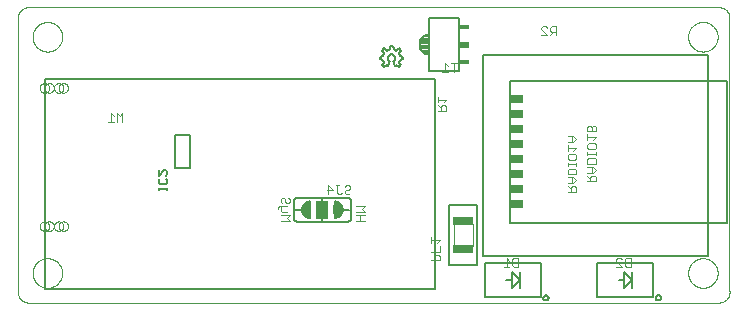
<source format=gbo>
G75*
%MOIN*%
%OFA0B0*%
%FSLAX25Y25*%
%IPPOS*%
%LPD*%
%AMOC8*
5,1,8,0,0,1.08239X$1,22.5*
%
%ADD10C,0.00000*%
%ADD11C,0.00300*%
%ADD12C,0.00500*%
%ADD13C,0.00400*%
%ADD14C,0.00800*%
%ADD15R,0.06900X0.02900*%
%ADD16C,0.00787*%
%ADD17R,0.03300X0.01800*%
%ADD18R,0.03300X0.02200*%
%ADD19R,0.05000X0.02500*%
%ADD20C,0.00600*%
%ADD21R,0.04000X0.06000*%
D10*
X0058802Y0005150D02*
X0058802Y0096488D01*
X0058791Y0096607D01*
X0058783Y0096726D01*
X0058780Y0096845D01*
X0058781Y0096964D01*
X0058786Y0097083D01*
X0058794Y0097202D01*
X0058807Y0097320D01*
X0058824Y0097438D01*
X0058844Y0097556D01*
X0058869Y0097672D01*
X0058897Y0097788D01*
X0058929Y0097903D01*
X0058965Y0098016D01*
X0059005Y0098129D01*
X0059049Y0098240D01*
X0059096Y0098349D01*
X0059147Y0098457D01*
X0059201Y0098563D01*
X0059259Y0098667D01*
X0059320Y0098769D01*
X0059385Y0098869D01*
X0059453Y0098967D01*
X0059524Y0099062D01*
X0059599Y0099155D01*
X0059676Y0099246D01*
X0059757Y0099334D01*
X0059840Y0099419D01*
X0059926Y0099501D01*
X0060015Y0099580D01*
X0060107Y0099657D01*
X0060201Y0099730D01*
X0060297Y0099800D01*
X0060396Y0099867D01*
X0060496Y0099930D01*
X0060599Y0099990D01*
X0060704Y0100047D01*
X0060811Y0100100D01*
X0060919Y0100149D01*
X0061029Y0100195D01*
X0061141Y0100237D01*
X0061253Y0100276D01*
X0061367Y0100310D01*
X0061483Y0100341D01*
X0061599Y0100368D01*
X0061716Y0100391D01*
X0061833Y0100410D01*
X0061951Y0100425D01*
X0292069Y0100425D01*
X0292185Y0100436D01*
X0292302Y0100443D01*
X0292419Y0100447D01*
X0292535Y0100446D01*
X0292652Y0100442D01*
X0292768Y0100434D01*
X0292884Y0100422D01*
X0293000Y0100406D01*
X0293115Y0100387D01*
X0293229Y0100364D01*
X0293343Y0100337D01*
X0293455Y0100306D01*
X0293567Y0100272D01*
X0293677Y0100234D01*
X0293786Y0100192D01*
X0293894Y0100147D01*
X0294000Y0100099D01*
X0294104Y0100047D01*
X0294207Y0099991D01*
X0294308Y0099933D01*
X0294406Y0099871D01*
X0294503Y0099805D01*
X0294598Y0099737D01*
X0294690Y0099666D01*
X0294780Y0099591D01*
X0294867Y0099514D01*
X0294952Y0099434D01*
X0295034Y0099351D01*
X0295114Y0099266D01*
X0295190Y0099178D01*
X0295264Y0099087D01*
X0295335Y0098995D01*
X0295402Y0098899D01*
X0295467Y0098802D01*
X0295528Y0098703D01*
X0295586Y0098602D01*
X0295640Y0098499D01*
X0295692Y0098394D01*
X0295739Y0098287D01*
X0295784Y0098179D01*
X0295824Y0098070D01*
X0295861Y0097959D01*
X0295895Y0097848D01*
X0295924Y0097735D01*
X0295951Y0097621D01*
X0295973Y0097507D01*
X0295991Y0097391D01*
X0296006Y0097276D01*
X0296006Y0005937D01*
X0296017Y0005821D01*
X0296024Y0005704D01*
X0296028Y0005587D01*
X0296027Y0005471D01*
X0296023Y0005354D01*
X0296015Y0005238D01*
X0296003Y0005122D01*
X0295987Y0005006D01*
X0295968Y0004891D01*
X0295945Y0004777D01*
X0295918Y0004663D01*
X0295887Y0004551D01*
X0295853Y0004439D01*
X0295815Y0004329D01*
X0295773Y0004220D01*
X0295728Y0004112D01*
X0295680Y0004006D01*
X0295628Y0003902D01*
X0295572Y0003799D01*
X0295514Y0003698D01*
X0295452Y0003600D01*
X0295386Y0003503D01*
X0295318Y0003408D01*
X0295247Y0003316D01*
X0295172Y0003226D01*
X0295095Y0003139D01*
X0295015Y0003054D01*
X0294932Y0002972D01*
X0294847Y0002892D01*
X0294759Y0002816D01*
X0294668Y0002742D01*
X0294576Y0002671D01*
X0294480Y0002604D01*
X0294383Y0002539D01*
X0294284Y0002478D01*
X0294183Y0002420D01*
X0294080Y0002366D01*
X0293975Y0002314D01*
X0293868Y0002267D01*
X0293760Y0002222D01*
X0293651Y0002182D01*
X0293540Y0002145D01*
X0293429Y0002111D01*
X0293316Y0002082D01*
X0293202Y0002055D01*
X0293088Y0002033D01*
X0292972Y0002015D01*
X0292857Y0002000D01*
X0062739Y0002000D01*
X0062623Y0001989D01*
X0062506Y0001982D01*
X0062389Y0001978D01*
X0062273Y0001979D01*
X0062156Y0001983D01*
X0062040Y0001991D01*
X0061924Y0002003D01*
X0061808Y0002019D01*
X0061693Y0002038D01*
X0061579Y0002061D01*
X0061465Y0002088D01*
X0061353Y0002119D01*
X0061241Y0002153D01*
X0061131Y0002191D01*
X0061022Y0002233D01*
X0060914Y0002278D01*
X0060808Y0002326D01*
X0060704Y0002378D01*
X0060601Y0002434D01*
X0060500Y0002492D01*
X0060402Y0002554D01*
X0060305Y0002620D01*
X0060210Y0002688D01*
X0060118Y0002759D01*
X0060028Y0002834D01*
X0059941Y0002911D01*
X0059856Y0002991D01*
X0059774Y0003074D01*
X0059694Y0003159D01*
X0059618Y0003247D01*
X0059544Y0003338D01*
X0059473Y0003430D01*
X0059406Y0003526D01*
X0059341Y0003623D01*
X0059280Y0003722D01*
X0059222Y0003823D01*
X0059168Y0003926D01*
X0059116Y0004031D01*
X0059069Y0004138D01*
X0059024Y0004246D01*
X0058984Y0004355D01*
X0058947Y0004466D01*
X0058913Y0004577D01*
X0058884Y0004690D01*
X0058857Y0004804D01*
X0058835Y0004918D01*
X0058817Y0005034D01*
X0058802Y0005149D01*
X0063723Y0011843D02*
X0063725Y0011983D01*
X0063731Y0012123D01*
X0063741Y0012262D01*
X0063755Y0012401D01*
X0063773Y0012540D01*
X0063794Y0012678D01*
X0063820Y0012816D01*
X0063850Y0012953D01*
X0063883Y0013088D01*
X0063921Y0013223D01*
X0063962Y0013357D01*
X0064007Y0013490D01*
X0064055Y0013621D01*
X0064108Y0013750D01*
X0064164Y0013879D01*
X0064223Y0014005D01*
X0064287Y0014130D01*
X0064353Y0014253D01*
X0064424Y0014374D01*
X0064497Y0014493D01*
X0064574Y0014610D01*
X0064655Y0014724D01*
X0064738Y0014836D01*
X0064825Y0014946D01*
X0064915Y0015054D01*
X0065007Y0015158D01*
X0065103Y0015260D01*
X0065202Y0015360D01*
X0065303Y0015456D01*
X0065407Y0015550D01*
X0065514Y0015640D01*
X0065623Y0015727D01*
X0065735Y0015812D01*
X0065849Y0015893D01*
X0065965Y0015971D01*
X0066083Y0016045D01*
X0066204Y0016116D01*
X0066326Y0016184D01*
X0066451Y0016248D01*
X0066577Y0016309D01*
X0066704Y0016366D01*
X0066834Y0016419D01*
X0066965Y0016469D01*
X0067097Y0016514D01*
X0067230Y0016557D01*
X0067365Y0016595D01*
X0067500Y0016629D01*
X0067637Y0016660D01*
X0067774Y0016687D01*
X0067912Y0016709D01*
X0068051Y0016728D01*
X0068190Y0016743D01*
X0068329Y0016754D01*
X0068469Y0016761D01*
X0068609Y0016764D01*
X0068749Y0016763D01*
X0068889Y0016758D01*
X0069028Y0016749D01*
X0069168Y0016736D01*
X0069307Y0016719D01*
X0069445Y0016698D01*
X0069583Y0016674D01*
X0069720Y0016645D01*
X0069856Y0016613D01*
X0069991Y0016576D01*
X0070125Y0016536D01*
X0070258Y0016492D01*
X0070389Y0016444D01*
X0070519Y0016393D01*
X0070648Y0016338D01*
X0070775Y0016279D01*
X0070900Y0016216D01*
X0071023Y0016151D01*
X0071145Y0016081D01*
X0071264Y0016008D01*
X0071382Y0015932D01*
X0071497Y0015853D01*
X0071610Y0015770D01*
X0071720Y0015684D01*
X0071828Y0015595D01*
X0071933Y0015503D01*
X0072036Y0015408D01*
X0072136Y0015310D01*
X0072233Y0015210D01*
X0072327Y0015106D01*
X0072419Y0015000D01*
X0072507Y0014892D01*
X0072592Y0014781D01*
X0072674Y0014667D01*
X0072753Y0014551D01*
X0072828Y0014434D01*
X0072900Y0014314D01*
X0072968Y0014192D01*
X0073033Y0014068D01*
X0073095Y0013942D01*
X0073153Y0013815D01*
X0073207Y0013686D01*
X0073258Y0013555D01*
X0073304Y0013423D01*
X0073347Y0013290D01*
X0073387Y0013156D01*
X0073422Y0013021D01*
X0073454Y0012884D01*
X0073481Y0012747D01*
X0073505Y0012609D01*
X0073525Y0012471D01*
X0073541Y0012332D01*
X0073553Y0012192D01*
X0073561Y0012053D01*
X0073565Y0011913D01*
X0073565Y0011773D01*
X0073561Y0011633D01*
X0073553Y0011494D01*
X0073541Y0011354D01*
X0073525Y0011215D01*
X0073505Y0011077D01*
X0073481Y0010939D01*
X0073454Y0010802D01*
X0073422Y0010665D01*
X0073387Y0010530D01*
X0073347Y0010396D01*
X0073304Y0010263D01*
X0073258Y0010131D01*
X0073207Y0010000D01*
X0073153Y0009871D01*
X0073095Y0009744D01*
X0073033Y0009618D01*
X0072968Y0009494D01*
X0072900Y0009372D01*
X0072828Y0009252D01*
X0072753Y0009135D01*
X0072674Y0009019D01*
X0072592Y0008905D01*
X0072507Y0008794D01*
X0072419Y0008686D01*
X0072327Y0008580D01*
X0072233Y0008476D01*
X0072136Y0008376D01*
X0072036Y0008278D01*
X0071933Y0008183D01*
X0071828Y0008091D01*
X0071720Y0008002D01*
X0071610Y0007916D01*
X0071497Y0007833D01*
X0071382Y0007754D01*
X0071264Y0007678D01*
X0071145Y0007605D01*
X0071023Y0007535D01*
X0070900Y0007470D01*
X0070775Y0007407D01*
X0070648Y0007348D01*
X0070519Y0007293D01*
X0070389Y0007242D01*
X0070258Y0007194D01*
X0070125Y0007150D01*
X0069991Y0007110D01*
X0069856Y0007073D01*
X0069720Y0007041D01*
X0069583Y0007012D01*
X0069445Y0006988D01*
X0069307Y0006967D01*
X0069168Y0006950D01*
X0069028Y0006937D01*
X0068889Y0006928D01*
X0068749Y0006923D01*
X0068609Y0006922D01*
X0068469Y0006925D01*
X0068329Y0006932D01*
X0068190Y0006943D01*
X0068051Y0006958D01*
X0067912Y0006977D01*
X0067774Y0006999D01*
X0067637Y0007026D01*
X0067500Y0007057D01*
X0067365Y0007091D01*
X0067230Y0007129D01*
X0067097Y0007172D01*
X0066965Y0007217D01*
X0066834Y0007267D01*
X0066704Y0007320D01*
X0066577Y0007377D01*
X0066451Y0007438D01*
X0066326Y0007502D01*
X0066204Y0007570D01*
X0066083Y0007641D01*
X0065965Y0007715D01*
X0065849Y0007793D01*
X0065735Y0007874D01*
X0065623Y0007959D01*
X0065514Y0008046D01*
X0065407Y0008136D01*
X0065303Y0008230D01*
X0065202Y0008326D01*
X0065103Y0008426D01*
X0065007Y0008528D01*
X0064915Y0008632D01*
X0064825Y0008740D01*
X0064738Y0008850D01*
X0064655Y0008962D01*
X0064574Y0009076D01*
X0064497Y0009193D01*
X0064424Y0009312D01*
X0064353Y0009433D01*
X0064287Y0009556D01*
X0064223Y0009681D01*
X0064164Y0009807D01*
X0064108Y0009936D01*
X0064055Y0010065D01*
X0064007Y0010196D01*
X0063962Y0010329D01*
X0063921Y0010463D01*
X0063883Y0010598D01*
X0063850Y0010733D01*
X0063820Y0010870D01*
X0063794Y0011008D01*
X0063773Y0011146D01*
X0063755Y0011285D01*
X0063741Y0011424D01*
X0063731Y0011563D01*
X0063725Y0011703D01*
X0063723Y0011843D01*
X0066085Y0027469D02*
X0066087Y0027548D01*
X0066093Y0027627D01*
X0066103Y0027706D01*
X0066117Y0027784D01*
X0066134Y0027861D01*
X0066156Y0027937D01*
X0066181Y0028012D01*
X0066211Y0028085D01*
X0066243Y0028157D01*
X0066280Y0028228D01*
X0066320Y0028296D01*
X0066363Y0028362D01*
X0066409Y0028426D01*
X0066459Y0028488D01*
X0066512Y0028547D01*
X0066567Y0028603D01*
X0066626Y0028657D01*
X0066687Y0028707D01*
X0066750Y0028755D01*
X0066816Y0028799D01*
X0066884Y0028840D01*
X0066954Y0028877D01*
X0067025Y0028911D01*
X0067099Y0028941D01*
X0067173Y0028967D01*
X0067249Y0028989D01*
X0067326Y0029008D01*
X0067404Y0029023D01*
X0067482Y0029034D01*
X0067561Y0029041D01*
X0067640Y0029044D01*
X0067719Y0029043D01*
X0067798Y0029038D01*
X0067877Y0029029D01*
X0067955Y0029016D01*
X0068032Y0028999D01*
X0068109Y0028979D01*
X0068184Y0028954D01*
X0068258Y0028926D01*
X0068331Y0028894D01*
X0068401Y0028859D01*
X0068470Y0028820D01*
X0068537Y0028777D01*
X0068602Y0028731D01*
X0068664Y0028683D01*
X0068724Y0028631D01*
X0068781Y0028576D01*
X0068835Y0028518D01*
X0068886Y0028458D01*
X0068934Y0028395D01*
X0068979Y0028330D01*
X0069021Y0028262D01*
X0069059Y0028193D01*
X0069093Y0028122D01*
X0069124Y0028049D01*
X0069152Y0027974D01*
X0069175Y0027899D01*
X0069195Y0027822D01*
X0069211Y0027745D01*
X0069223Y0027666D01*
X0069231Y0027588D01*
X0069235Y0027509D01*
X0069235Y0027429D01*
X0069231Y0027350D01*
X0069223Y0027272D01*
X0069211Y0027193D01*
X0069195Y0027116D01*
X0069175Y0027039D01*
X0069152Y0026964D01*
X0069124Y0026889D01*
X0069093Y0026816D01*
X0069059Y0026745D01*
X0069021Y0026676D01*
X0068979Y0026608D01*
X0068934Y0026543D01*
X0068886Y0026480D01*
X0068835Y0026420D01*
X0068781Y0026362D01*
X0068724Y0026307D01*
X0068664Y0026255D01*
X0068602Y0026207D01*
X0068537Y0026161D01*
X0068470Y0026118D01*
X0068401Y0026079D01*
X0068331Y0026044D01*
X0068258Y0026012D01*
X0068184Y0025984D01*
X0068109Y0025959D01*
X0068032Y0025939D01*
X0067955Y0025922D01*
X0067877Y0025909D01*
X0067798Y0025900D01*
X0067719Y0025895D01*
X0067640Y0025894D01*
X0067561Y0025897D01*
X0067482Y0025904D01*
X0067404Y0025915D01*
X0067326Y0025930D01*
X0067249Y0025949D01*
X0067173Y0025971D01*
X0067099Y0025997D01*
X0067025Y0026027D01*
X0066954Y0026061D01*
X0066884Y0026098D01*
X0066816Y0026139D01*
X0066750Y0026183D01*
X0066687Y0026231D01*
X0066626Y0026281D01*
X0066567Y0026335D01*
X0066512Y0026391D01*
X0066459Y0026450D01*
X0066409Y0026512D01*
X0066363Y0026576D01*
X0066320Y0026642D01*
X0066280Y0026710D01*
X0066243Y0026781D01*
X0066211Y0026853D01*
X0066181Y0026926D01*
X0066156Y0027001D01*
X0066134Y0027077D01*
X0066117Y0027154D01*
X0066103Y0027232D01*
X0066093Y0027311D01*
X0066087Y0027390D01*
X0066085Y0027469D01*
X0067660Y0027469D02*
X0067662Y0027548D01*
X0067668Y0027627D01*
X0067678Y0027706D01*
X0067692Y0027784D01*
X0067709Y0027861D01*
X0067731Y0027937D01*
X0067756Y0028012D01*
X0067786Y0028085D01*
X0067818Y0028157D01*
X0067855Y0028228D01*
X0067895Y0028296D01*
X0067938Y0028362D01*
X0067984Y0028426D01*
X0068034Y0028488D01*
X0068087Y0028547D01*
X0068142Y0028603D01*
X0068201Y0028657D01*
X0068262Y0028707D01*
X0068325Y0028755D01*
X0068391Y0028799D01*
X0068459Y0028840D01*
X0068529Y0028877D01*
X0068600Y0028911D01*
X0068674Y0028941D01*
X0068748Y0028967D01*
X0068824Y0028989D01*
X0068901Y0029008D01*
X0068979Y0029023D01*
X0069057Y0029034D01*
X0069136Y0029041D01*
X0069215Y0029044D01*
X0069294Y0029043D01*
X0069373Y0029038D01*
X0069452Y0029029D01*
X0069530Y0029016D01*
X0069607Y0028999D01*
X0069684Y0028979D01*
X0069759Y0028954D01*
X0069833Y0028926D01*
X0069906Y0028894D01*
X0069976Y0028859D01*
X0070045Y0028820D01*
X0070112Y0028777D01*
X0070177Y0028731D01*
X0070239Y0028683D01*
X0070299Y0028631D01*
X0070356Y0028576D01*
X0070410Y0028518D01*
X0070461Y0028458D01*
X0070509Y0028395D01*
X0070554Y0028330D01*
X0070596Y0028262D01*
X0070634Y0028193D01*
X0070668Y0028122D01*
X0070699Y0028049D01*
X0070727Y0027974D01*
X0070750Y0027899D01*
X0070770Y0027822D01*
X0070786Y0027745D01*
X0070798Y0027666D01*
X0070806Y0027588D01*
X0070810Y0027509D01*
X0070810Y0027429D01*
X0070806Y0027350D01*
X0070798Y0027272D01*
X0070786Y0027193D01*
X0070770Y0027116D01*
X0070750Y0027039D01*
X0070727Y0026964D01*
X0070699Y0026889D01*
X0070668Y0026816D01*
X0070634Y0026745D01*
X0070596Y0026676D01*
X0070554Y0026608D01*
X0070509Y0026543D01*
X0070461Y0026480D01*
X0070410Y0026420D01*
X0070356Y0026362D01*
X0070299Y0026307D01*
X0070239Y0026255D01*
X0070177Y0026207D01*
X0070112Y0026161D01*
X0070045Y0026118D01*
X0069976Y0026079D01*
X0069906Y0026044D01*
X0069833Y0026012D01*
X0069759Y0025984D01*
X0069684Y0025959D01*
X0069607Y0025939D01*
X0069530Y0025922D01*
X0069452Y0025909D01*
X0069373Y0025900D01*
X0069294Y0025895D01*
X0069215Y0025894D01*
X0069136Y0025897D01*
X0069057Y0025904D01*
X0068979Y0025915D01*
X0068901Y0025930D01*
X0068824Y0025949D01*
X0068748Y0025971D01*
X0068674Y0025997D01*
X0068600Y0026027D01*
X0068529Y0026061D01*
X0068459Y0026098D01*
X0068391Y0026139D01*
X0068325Y0026183D01*
X0068262Y0026231D01*
X0068201Y0026281D01*
X0068142Y0026335D01*
X0068087Y0026391D01*
X0068034Y0026450D01*
X0067984Y0026512D01*
X0067938Y0026576D01*
X0067895Y0026642D01*
X0067855Y0026710D01*
X0067818Y0026781D01*
X0067786Y0026853D01*
X0067756Y0026926D01*
X0067731Y0027001D01*
X0067709Y0027077D01*
X0067692Y0027154D01*
X0067678Y0027232D01*
X0067668Y0027311D01*
X0067662Y0027390D01*
X0067660Y0027469D01*
X0070809Y0027469D02*
X0070811Y0027548D01*
X0070817Y0027627D01*
X0070827Y0027706D01*
X0070841Y0027784D01*
X0070858Y0027861D01*
X0070880Y0027937D01*
X0070905Y0028012D01*
X0070935Y0028085D01*
X0070967Y0028157D01*
X0071004Y0028228D01*
X0071044Y0028296D01*
X0071087Y0028362D01*
X0071133Y0028426D01*
X0071183Y0028488D01*
X0071236Y0028547D01*
X0071291Y0028603D01*
X0071350Y0028657D01*
X0071411Y0028707D01*
X0071474Y0028755D01*
X0071540Y0028799D01*
X0071608Y0028840D01*
X0071678Y0028877D01*
X0071749Y0028911D01*
X0071823Y0028941D01*
X0071897Y0028967D01*
X0071973Y0028989D01*
X0072050Y0029008D01*
X0072128Y0029023D01*
X0072206Y0029034D01*
X0072285Y0029041D01*
X0072364Y0029044D01*
X0072443Y0029043D01*
X0072522Y0029038D01*
X0072601Y0029029D01*
X0072679Y0029016D01*
X0072756Y0028999D01*
X0072833Y0028979D01*
X0072908Y0028954D01*
X0072982Y0028926D01*
X0073055Y0028894D01*
X0073125Y0028859D01*
X0073194Y0028820D01*
X0073261Y0028777D01*
X0073326Y0028731D01*
X0073388Y0028683D01*
X0073448Y0028631D01*
X0073505Y0028576D01*
X0073559Y0028518D01*
X0073610Y0028458D01*
X0073658Y0028395D01*
X0073703Y0028330D01*
X0073745Y0028262D01*
X0073783Y0028193D01*
X0073817Y0028122D01*
X0073848Y0028049D01*
X0073876Y0027974D01*
X0073899Y0027899D01*
X0073919Y0027822D01*
X0073935Y0027745D01*
X0073947Y0027666D01*
X0073955Y0027588D01*
X0073959Y0027509D01*
X0073959Y0027429D01*
X0073955Y0027350D01*
X0073947Y0027272D01*
X0073935Y0027193D01*
X0073919Y0027116D01*
X0073899Y0027039D01*
X0073876Y0026964D01*
X0073848Y0026889D01*
X0073817Y0026816D01*
X0073783Y0026745D01*
X0073745Y0026676D01*
X0073703Y0026608D01*
X0073658Y0026543D01*
X0073610Y0026480D01*
X0073559Y0026420D01*
X0073505Y0026362D01*
X0073448Y0026307D01*
X0073388Y0026255D01*
X0073326Y0026207D01*
X0073261Y0026161D01*
X0073194Y0026118D01*
X0073125Y0026079D01*
X0073055Y0026044D01*
X0072982Y0026012D01*
X0072908Y0025984D01*
X0072833Y0025959D01*
X0072756Y0025939D01*
X0072679Y0025922D01*
X0072601Y0025909D01*
X0072522Y0025900D01*
X0072443Y0025895D01*
X0072364Y0025894D01*
X0072285Y0025897D01*
X0072206Y0025904D01*
X0072128Y0025915D01*
X0072050Y0025930D01*
X0071973Y0025949D01*
X0071897Y0025971D01*
X0071823Y0025997D01*
X0071749Y0026027D01*
X0071678Y0026061D01*
X0071608Y0026098D01*
X0071540Y0026139D01*
X0071474Y0026183D01*
X0071411Y0026231D01*
X0071350Y0026281D01*
X0071291Y0026335D01*
X0071236Y0026391D01*
X0071183Y0026450D01*
X0071133Y0026512D01*
X0071087Y0026576D01*
X0071044Y0026642D01*
X0071004Y0026710D01*
X0070967Y0026781D01*
X0070935Y0026853D01*
X0070905Y0026926D01*
X0070880Y0027001D01*
X0070858Y0027077D01*
X0070841Y0027154D01*
X0070827Y0027232D01*
X0070817Y0027311D01*
X0070811Y0027390D01*
X0070809Y0027469D01*
X0072384Y0027469D02*
X0072386Y0027548D01*
X0072392Y0027627D01*
X0072402Y0027706D01*
X0072416Y0027784D01*
X0072433Y0027861D01*
X0072455Y0027937D01*
X0072480Y0028012D01*
X0072510Y0028085D01*
X0072542Y0028157D01*
X0072579Y0028228D01*
X0072619Y0028296D01*
X0072662Y0028362D01*
X0072708Y0028426D01*
X0072758Y0028488D01*
X0072811Y0028547D01*
X0072866Y0028603D01*
X0072925Y0028657D01*
X0072986Y0028707D01*
X0073049Y0028755D01*
X0073115Y0028799D01*
X0073183Y0028840D01*
X0073253Y0028877D01*
X0073324Y0028911D01*
X0073398Y0028941D01*
X0073472Y0028967D01*
X0073548Y0028989D01*
X0073625Y0029008D01*
X0073703Y0029023D01*
X0073781Y0029034D01*
X0073860Y0029041D01*
X0073939Y0029044D01*
X0074018Y0029043D01*
X0074097Y0029038D01*
X0074176Y0029029D01*
X0074254Y0029016D01*
X0074331Y0028999D01*
X0074408Y0028979D01*
X0074483Y0028954D01*
X0074557Y0028926D01*
X0074630Y0028894D01*
X0074700Y0028859D01*
X0074769Y0028820D01*
X0074836Y0028777D01*
X0074901Y0028731D01*
X0074963Y0028683D01*
X0075023Y0028631D01*
X0075080Y0028576D01*
X0075134Y0028518D01*
X0075185Y0028458D01*
X0075233Y0028395D01*
X0075278Y0028330D01*
X0075320Y0028262D01*
X0075358Y0028193D01*
X0075392Y0028122D01*
X0075423Y0028049D01*
X0075451Y0027974D01*
X0075474Y0027899D01*
X0075494Y0027822D01*
X0075510Y0027745D01*
X0075522Y0027666D01*
X0075530Y0027588D01*
X0075534Y0027509D01*
X0075534Y0027429D01*
X0075530Y0027350D01*
X0075522Y0027272D01*
X0075510Y0027193D01*
X0075494Y0027116D01*
X0075474Y0027039D01*
X0075451Y0026964D01*
X0075423Y0026889D01*
X0075392Y0026816D01*
X0075358Y0026745D01*
X0075320Y0026676D01*
X0075278Y0026608D01*
X0075233Y0026543D01*
X0075185Y0026480D01*
X0075134Y0026420D01*
X0075080Y0026362D01*
X0075023Y0026307D01*
X0074963Y0026255D01*
X0074901Y0026207D01*
X0074836Y0026161D01*
X0074769Y0026118D01*
X0074700Y0026079D01*
X0074630Y0026044D01*
X0074557Y0026012D01*
X0074483Y0025984D01*
X0074408Y0025959D01*
X0074331Y0025939D01*
X0074254Y0025922D01*
X0074176Y0025909D01*
X0074097Y0025900D01*
X0074018Y0025895D01*
X0073939Y0025894D01*
X0073860Y0025897D01*
X0073781Y0025904D01*
X0073703Y0025915D01*
X0073625Y0025930D01*
X0073548Y0025949D01*
X0073472Y0025971D01*
X0073398Y0025997D01*
X0073324Y0026027D01*
X0073253Y0026061D01*
X0073183Y0026098D01*
X0073115Y0026139D01*
X0073049Y0026183D01*
X0072986Y0026231D01*
X0072925Y0026281D01*
X0072866Y0026335D01*
X0072811Y0026391D01*
X0072758Y0026450D01*
X0072708Y0026512D01*
X0072662Y0026576D01*
X0072619Y0026642D01*
X0072579Y0026710D01*
X0072542Y0026781D01*
X0072510Y0026853D01*
X0072480Y0026926D01*
X0072455Y0027001D01*
X0072433Y0027077D01*
X0072416Y0027154D01*
X0072402Y0027232D01*
X0072392Y0027311D01*
X0072386Y0027390D01*
X0072384Y0027469D01*
X0070809Y0073531D02*
X0070811Y0073610D01*
X0070817Y0073689D01*
X0070827Y0073768D01*
X0070841Y0073846D01*
X0070858Y0073923D01*
X0070880Y0073999D01*
X0070905Y0074074D01*
X0070935Y0074147D01*
X0070967Y0074219D01*
X0071004Y0074290D01*
X0071044Y0074358D01*
X0071087Y0074424D01*
X0071133Y0074488D01*
X0071183Y0074550D01*
X0071236Y0074609D01*
X0071291Y0074665D01*
X0071350Y0074719D01*
X0071411Y0074769D01*
X0071474Y0074817D01*
X0071540Y0074861D01*
X0071608Y0074902D01*
X0071678Y0074939D01*
X0071749Y0074973D01*
X0071823Y0075003D01*
X0071897Y0075029D01*
X0071973Y0075051D01*
X0072050Y0075070D01*
X0072128Y0075085D01*
X0072206Y0075096D01*
X0072285Y0075103D01*
X0072364Y0075106D01*
X0072443Y0075105D01*
X0072522Y0075100D01*
X0072601Y0075091D01*
X0072679Y0075078D01*
X0072756Y0075061D01*
X0072833Y0075041D01*
X0072908Y0075016D01*
X0072982Y0074988D01*
X0073055Y0074956D01*
X0073125Y0074921D01*
X0073194Y0074882D01*
X0073261Y0074839D01*
X0073326Y0074793D01*
X0073388Y0074745D01*
X0073448Y0074693D01*
X0073505Y0074638D01*
X0073559Y0074580D01*
X0073610Y0074520D01*
X0073658Y0074457D01*
X0073703Y0074392D01*
X0073745Y0074324D01*
X0073783Y0074255D01*
X0073817Y0074184D01*
X0073848Y0074111D01*
X0073876Y0074036D01*
X0073899Y0073961D01*
X0073919Y0073884D01*
X0073935Y0073807D01*
X0073947Y0073728D01*
X0073955Y0073650D01*
X0073959Y0073571D01*
X0073959Y0073491D01*
X0073955Y0073412D01*
X0073947Y0073334D01*
X0073935Y0073255D01*
X0073919Y0073178D01*
X0073899Y0073101D01*
X0073876Y0073026D01*
X0073848Y0072951D01*
X0073817Y0072878D01*
X0073783Y0072807D01*
X0073745Y0072738D01*
X0073703Y0072670D01*
X0073658Y0072605D01*
X0073610Y0072542D01*
X0073559Y0072482D01*
X0073505Y0072424D01*
X0073448Y0072369D01*
X0073388Y0072317D01*
X0073326Y0072269D01*
X0073261Y0072223D01*
X0073194Y0072180D01*
X0073125Y0072141D01*
X0073055Y0072106D01*
X0072982Y0072074D01*
X0072908Y0072046D01*
X0072833Y0072021D01*
X0072756Y0072001D01*
X0072679Y0071984D01*
X0072601Y0071971D01*
X0072522Y0071962D01*
X0072443Y0071957D01*
X0072364Y0071956D01*
X0072285Y0071959D01*
X0072206Y0071966D01*
X0072128Y0071977D01*
X0072050Y0071992D01*
X0071973Y0072011D01*
X0071897Y0072033D01*
X0071823Y0072059D01*
X0071749Y0072089D01*
X0071678Y0072123D01*
X0071608Y0072160D01*
X0071540Y0072201D01*
X0071474Y0072245D01*
X0071411Y0072293D01*
X0071350Y0072343D01*
X0071291Y0072397D01*
X0071236Y0072453D01*
X0071183Y0072512D01*
X0071133Y0072574D01*
X0071087Y0072638D01*
X0071044Y0072704D01*
X0071004Y0072772D01*
X0070967Y0072843D01*
X0070935Y0072915D01*
X0070905Y0072988D01*
X0070880Y0073063D01*
X0070858Y0073139D01*
X0070841Y0073216D01*
X0070827Y0073294D01*
X0070817Y0073373D01*
X0070811Y0073452D01*
X0070809Y0073531D01*
X0067660Y0073531D02*
X0067662Y0073610D01*
X0067668Y0073689D01*
X0067678Y0073768D01*
X0067692Y0073846D01*
X0067709Y0073923D01*
X0067731Y0073999D01*
X0067756Y0074074D01*
X0067786Y0074147D01*
X0067818Y0074219D01*
X0067855Y0074290D01*
X0067895Y0074358D01*
X0067938Y0074424D01*
X0067984Y0074488D01*
X0068034Y0074550D01*
X0068087Y0074609D01*
X0068142Y0074665D01*
X0068201Y0074719D01*
X0068262Y0074769D01*
X0068325Y0074817D01*
X0068391Y0074861D01*
X0068459Y0074902D01*
X0068529Y0074939D01*
X0068600Y0074973D01*
X0068674Y0075003D01*
X0068748Y0075029D01*
X0068824Y0075051D01*
X0068901Y0075070D01*
X0068979Y0075085D01*
X0069057Y0075096D01*
X0069136Y0075103D01*
X0069215Y0075106D01*
X0069294Y0075105D01*
X0069373Y0075100D01*
X0069452Y0075091D01*
X0069530Y0075078D01*
X0069607Y0075061D01*
X0069684Y0075041D01*
X0069759Y0075016D01*
X0069833Y0074988D01*
X0069906Y0074956D01*
X0069976Y0074921D01*
X0070045Y0074882D01*
X0070112Y0074839D01*
X0070177Y0074793D01*
X0070239Y0074745D01*
X0070299Y0074693D01*
X0070356Y0074638D01*
X0070410Y0074580D01*
X0070461Y0074520D01*
X0070509Y0074457D01*
X0070554Y0074392D01*
X0070596Y0074324D01*
X0070634Y0074255D01*
X0070668Y0074184D01*
X0070699Y0074111D01*
X0070727Y0074036D01*
X0070750Y0073961D01*
X0070770Y0073884D01*
X0070786Y0073807D01*
X0070798Y0073728D01*
X0070806Y0073650D01*
X0070810Y0073571D01*
X0070810Y0073491D01*
X0070806Y0073412D01*
X0070798Y0073334D01*
X0070786Y0073255D01*
X0070770Y0073178D01*
X0070750Y0073101D01*
X0070727Y0073026D01*
X0070699Y0072951D01*
X0070668Y0072878D01*
X0070634Y0072807D01*
X0070596Y0072738D01*
X0070554Y0072670D01*
X0070509Y0072605D01*
X0070461Y0072542D01*
X0070410Y0072482D01*
X0070356Y0072424D01*
X0070299Y0072369D01*
X0070239Y0072317D01*
X0070177Y0072269D01*
X0070112Y0072223D01*
X0070045Y0072180D01*
X0069976Y0072141D01*
X0069906Y0072106D01*
X0069833Y0072074D01*
X0069759Y0072046D01*
X0069684Y0072021D01*
X0069607Y0072001D01*
X0069530Y0071984D01*
X0069452Y0071971D01*
X0069373Y0071962D01*
X0069294Y0071957D01*
X0069215Y0071956D01*
X0069136Y0071959D01*
X0069057Y0071966D01*
X0068979Y0071977D01*
X0068901Y0071992D01*
X0068824Y0072011D01*
X0068748Y0072033D01*
X0068674Y0072059D01*
X0068600Y0072089D01*
X0068529Y0072123D01*
X0068459Y0072160D01*
X0068391Y0072201D01*
X0068325Y0072245D01*
X0068262Y0072293D01*
X0068201Y0072343D01*
X0068142Y0072397D01*
X0068087Y0072453D01*
X0068034Y0072512D01*
X0067984Y0072574D01*
X0067938Y0072638D01*
X0067895Y0072704D01*
X0067855Y0072772D01*
X0067818Y0072843D01*
X0067786Y0072915D01*
X0067756Y0072988D01*
X0067731Y0073063D01*
X0067709Y0073139D01*
X0067692Y0073216D01*
X0067678Y0073294D01*
X0067668Y0073373D01*
X0067662Y0073452D01*
X0067660Y0073531D01*
X0066085Y0073531D02*
X0066087Y0073610D01*
X0066093Y0073689D01*
X0066103Y0073768D01*
X0066117Y0073846D01*
X0066134Y0073923D01*
X0066156Y0073999D01*
X0066181Y0074074D01*
X0066211Y0074147D01*
X0066243Y0074219D01*
X0066280Y0074290D01*
X0066320Y0074358D01*
X0066363Y0074424D01*
X0066409Y0074488D01*
X0066459Y0074550D01*
X0066512Y0074609D01*
X0066567Y0074665D01*
X0066626Y0074719D01*
X0066687Y0074769D01*
X0066750Y0074817D01*
X0066816Y0074861D01*
X0066884Y0074902D01*
X0066954Y0074939D01*
X0067025Y0074973D01*
X0067099Y0075003D01*
X0067173Y0075029D01*
X0067249Y0075051D01*
X0067326Y0075070D01*
X0067404Y0075085D01*
X0067482Y0075096D01*
X0067561Y0075103D01*
X0067640Y0075106D01*
X0067719Y0075105D01*
X0067798Y0075100D01*
X0067877Y0075091D01*
X0067955Y0075078D01*
X0068032Y0075061D01*
X0068109Y0075041D01*
X0068184Y0075016D01*
X0068258Y0074988D01*
X0068331Y0074956D01*
X0068401Y0074921D01*
X0068470Y0074882D01*
X0068537Y0074839D01*
X0068602Y0074793D01*
X0068664Y0074745D01*
X0068724Y0074693D01*
X0068781Y0074638D01*
X0068835Y0074580D01*
X0068886Y0074520D01*
X0068934Y0074457D01*
X0068979Y0074392D01*
X0069021Y0074324D01*
X0069059Y0074255D01*
X0069093Y0074184D01*
X0069124Y0074111D01*
X0069152Y0074036D01*
X0069175Y0073961D01*
X0069195Y0073884D01*
X0069211Y0073807D01*
X0069223Y0073728D01*
X0069231Y0073650D01*
X0069235Y0073571D01*
X0069235Y0073491D01*
X0069231Y0073412D01*
X0069223Y0073334D01*
X0069211Y0073255D01*
X0069195Y0073178D01*
X0069175Y0073101D01*
X0069152Y0073026D01*
X0069124Y0072951D01*
X0069093Y0072878D01*
X0069059Y0072807D01*
X0069021Y0072738D01*
X0068979Y0072670D01*
X0068934Y0072605D01*
X0068886Y0072542D01*
X0068835Y0072482D01*
X0068781Y0072424D01*
X0068724Y0072369D01*
X0068664Y0072317D01*
X0068602Y0072269D01*
X0068537Y0072223D01*
X0068470Y0072180D01*
X0068401Y0072141D01*
X0068331Y0072106D01*
X0068258Y0072074D01*
X0068184Y0072046D01*
X0068109Y0072021D01*
X0068032Y0072001D01*
X0067955Y0071984D01*
X0067877Y0071971D01*
X0067798Y0071962D01*
X0067719Y0071957D01*
X0067640Y0071956D01*
X0067561Y0071959D01*
X0067482Y0071966D01*
X0067404Y0071977D01*
X0067326Y0071992D01*
X0067249Y0072011D01*
X0067173Y0072033D01*
X0067099Y0072059D01*
X0067025Y0072089D01*
X0066954Y0072123D01*
X0066884Y0072160D01*
X0066816Y0072201D01*
X0066750Y0072245D01*
X0066687Y0072293D01*
X0066626Y0072343D01*
X0066567Y0072397D01*
X0066512Y0072453D01*
X0066459Y0072512D01*
X0066409Y0072574D01*
X0066363Y0072638D01*
X0066320Y0072704D01*
X0066280Y0072772D01*
X0066243Y0072843D01*
X0066211Y0072915D01*
X0066181Y0072988D01*
X0066156Y0073063D01*
X0066134Y0073139D01*
X0066117Y0073216D01*
X0066103Y0073294D01*
X0066093Y0073373D01*
X0066087Y0073452D01*
X0066085Y0073531D01*
X0072384Y0073531D02*
X0072386Y0073610D01*
X0072392Y0073689D01*
X0072402Y0073768D01*
X0072416Y0073846D01*
X0072433Y0073923D01*
X0072455Y0073999D01*
X0072480Y0074074D01*
X0072510Y0074147D01*
X0072542Y0074219D01*
X0072579Y0074290D01*
X0072619Y0074358D01*
X0072662Y0074424D01*
X0072708Y0074488D01*
X0072758Y0074550D01*
X0072811Y0074609D01*
X0072866Y0074665D01*
X0072925Y0074719D01*
X0072986Y0074769D01*
X0073049Y0074817D01*
X0073115Y0074861D01*
X0073183Y0074902D01*
X0073253Y0074939D01*
X0073324Y0074973D01*
X0073398Y0075003D01*
X0073472Y0075029D01*
X0073548Y0075051D01*
X0073625Y0075070D01*
X0073703Y0075085D01*
X0073781Y0075096D01*
X0073860Y0075103D01*
X0073939Y0075106D01*
X0074018Y0075105D01*
X0074097Y0075100D01*
X0074176Y0075091D01*
X0074254Y0075078D01*
X0074331Y0075061D01*
X0074408Y0075041D01*
X0074483Y0075016D01*
X0074557Y0074988D01*
X0074630Y0074956D01*
X0074700Y0074921D01*
X0074769Y0074882D01*
X0074836Y0074839D01*
X0074901Y0074793D01*
X0074963Y0074745D01*
X0075023Y0074693D01*
X0075080Y0074638D01*
X0075134Y0074580D01*
X0075185Y0074520D01*
X0075233Y0074457D01*
X0075278Y0074392D01*
X0075320Y0074324D01*
X0075358Y0074255D01*
X0075392Y0074184D01*
X0075423Y0074111D01*
X0075451Y0074036D01*
X0075474Y0073961D01*
X0075494Y0073884D01*
X0075510Y0073807D01*
X0075522Y0073728D01*
X0075530Y0073650D01*
X0075534Y0073571D01*
X0075534Y0073491D01*
X0075530Y0073412D01*
X0075522Y0073334D01*
X0075510Y0073255D01*
X0075494Y0073178D01*
X0075474Y0073101D01*
X0075451Y0073026D01*
X0075423Y0072951D01*
X0075392Y0072878D01*
X0075358Y0072807D01*
X0075320Y0072738D01*
X0075278Y0072670D01*
X0075233Y0072605D01*
X0075185Y0072542D01*
X0075134Y0072482D01*
X0075080Y0072424D01*
X0075023Y0072369D01*
X0074963Y0072317D01*
X0074901Y0072269D01*
X0074836Y0072223D01*
X0074769Y0072180D01*
X0074700Y0072141D01*
X0074630Y0072106D01*
X0074557Y0072074D01*
X0074483Y0072046D01*
X0074408Y0072021D01*
X0074331Y0072001D01*
X0074254Y0071984D01*
X0074176Y0071971D01*
X0074097Y0071962D01*
X0074018Y0071957D01*
X0073939Y0071956D01*
X0073860Y0071959D01*
X0073781Y0071966D01*
X0073703Y0071977D01*
X0073625Y0071992D01*
X0073548Y0072011D01*
X0073472Y0072033D01*
X0073398Y0072059D01*
X0073324Y0072089D01*
X0073253Y0072123D01*
X0073183Y0072160D01*
X0073115Y0072201D01*
X0073049Y0072245D01*
X0072986Y0072293D01*
X0072925Y0072343D01*
X0072866Y0072397D01*
X0072811Y0072453D01*
X0072758Y0072512D01*
X0072708Y0072574D01*
X0072662Y0072638D01*
X0072619Y0072704D01*
X0072579Y0072772D01*
X0072542Y0072843D01*
X0072510Y0072915D01*
X0072480Y0072988D01*
X0072455Y0073063D01*
X0072433Y0073139D01*
X0072416Y0073216D01*
X0072402Y0073294D01*
X0072392Y0073373D01*
X0072386Y0073452D01*
X0072384Y0073531D01*
X0063723Y0090583D02*
X0063725Y0090723D01*
X0063731Y0090863D01*
X0063741Y0091002D01*
X0063755Y0091141D01*
X0063773Y0091280D01*
X0063794Y0091418D01*
X0063820Y0091556D01*
X0063850Y0091693D01*
X0063883Y0091828D01*
X0063921Y0091963D01*
X0063962Y0092097D01*
X0064007Y0092230D01*
X0064055Y0092361D01*
X0064108Y0092490D01*
X0064164Y0092619D01*
X0064223Y0092745D01*
X0064287Y0092870D01*
X0064353Y0092993D01*
X0064424Y0093114D01*
X0064497Y0093233D01*
X0064574Y0093350D01*
X0064655Y0093464D01*
X0064738Y0093576D01*
X0064825Y0093686D01*
X0064915Y0093794D01*
X0065007Y0093898D01*
X0065103Y0094000D01*
X0065202Y0094100D01*
X0065303Y0094196D01*
X0065407Y0094290D01*
X0065514Y0094380D01*
X0065623Y0094467D01*
X0065735Y0094552D01*
X0065849Y0094633D01*
X0065965Y0094711D01*
X0066083Y0094785D01*
X0066204Y0094856D01*
X0066326Y0094924D01*
X0066451Y0094988D01*
X0066577Y0095049D01*
X0066704Y0095106D01*
X0066834Y0095159D01*
X0066965Y0095209D01*
X0067097Y0095254D01*
X0067230Y0095297D01*
X0067365Y0095335D01*
X0067500Y0095369D01*
X0067637Y0095400D01*
X0067774Y0095427D01*
X0067912Y0095449D01*
X0068051Y0095468D01*
X0068190Y0095483D01*
X0068329Y0095494D01*
X0068469Y0095501D01*
X0068609Y0095504D01*
X0068749Y0095503D01*
X0068889Y0095498D01*
X0069028Y0095489D01*
X0069168Y0095476D01*
X0069307Y0095459D01*
X0069445Y0095438D01*
X0069583Y0095414D01*
X0069720Y0095385D01*
X0069856Y0095353D01*
X0069991Y0095316D01*
X0070125Y0095276D01*
X0070258Y0095232D01*
X0070389Y0095184D01*
X0070519Y0095133D01*
X0070648Y0095078D01*
X0070775Y0095019D01*
X0070900Y0094956D01*
X0071023Y0094891D01*
X0071145Y0094821D01*
X0071264Y0094748D01*
X0071382Y0094672D01*
X0071497Y0094593D01*
X0071610Y0094510D01*
X0071720Y0094424D01*
X0071828Y0094335D01*
X0071933Y0094243D01*
X0072036Y0094148D01*
X0072136Y0094050D01*
X0072233Y0093950D01*
X0072327Y0093846D01*
X0072419Y0093740D01*
X0072507Y0093632D01*
X0072592Y0093521D01*
X0072674Y0093407D01*
X0072753Y0093291D01*
X0072828Y0093174D01*
X0072900Y0093054D01*
X0072968Y0092932D01*
X0073033Y0092808D01*
X0073095Y0092682D01*
X0073153Y0092555D01*
X0073207Y0092426D01*
X0073258Y0092295D01*
X0073304Y0092163D01*
X0073347Y0092030D01*
X0073387Y0091896D01*
X0073422Y0091761D01*
X0073454Y0091624D01*
X0073481Y0091487D01*
X0073505Y0091349D01*
X0073525Y0091211D01*
X0073541Y0091072D01*
X0073553Y0090932D01*
X0073561Y0090793D01*
X0073565Y0090653D01*
X0073565Y0090513D01*
X0073561Y0090373D01*
X0073553Y0090234D01*
X0073541Y0090094D01*
X0073525Y0089955D01*
X0073505Y0089817D01*
X0073481Y0089679D01*
X0073454Y0089542D01*
X0073422Y0089405D01*
X0073387Y0089270D01*
X0073347Y0089136D01*
X0073304Y0089003D01*
X0073258Y0088871D01*
X0073207Y0088740D01*
X0073153Y0088611D01*
X0073095Y0088484D01*
X0073033Y0088358D01*
X0072968Y0088234D01*
X0072900Y0088112D01*
X0072828Y0087992D01*
X0072753Y0087875D01*
X0072674Y0087759D01*
X0072592Y0087645D01*
X0072507Y0087534D01*
X0072419Y0087426D01*
X0072327Y0087320D01*
X0072233Y0087216D01*
X0072136Y0087116D01*
X0072036Y0087018D01*
X0071933Y0086923D01*
X0071828Y0086831D01*
X0071720Y0086742D01*
X0071610Y0086656D01*
X0071497Y0086573D01*
X0071382Y0086494D01*
X0071264Y0086418D01*
X0071145Y0086345D01*
X0071023Y0086275D01*
X0070900Y0086210D01*
X0070775Y0086147D01*
X0070648Y0086088D01*
X0070519Y0086033D01*
X0070389Y0085982D01*
X0070258Y0085934D01*
X0070125Y0085890D01*
X0069991Y0085850D01*
X0069856Y0085813D01*
X0069720Y0085781D01*
X0069583Y0085752D01*
X0069445Y0085728D01*
X0069307Y0085707D01*
X0069168Y0085690D01*
X0069028Y0085677D01*
X0068889Y0085668D01*
X0068749Y0085663D01*
X0068609Y0085662D01*
X0068469Y0085665D01*
X0068329Y0085672D01*
X0068190Y0085683D01*
X0068051Y0085698D01*
X0067912Y0085717D01*
X0067774Y0085739D01*
X0067637Y0085766D01*
X0067500Y0085797D01*
X0067365Y0085831D01*
X0067230Y0085869D01*
X0067097Y0085912D01*
X0066965Y0085957D01*
X0066834Y0086007D01*
X0066704Y0086060D01*
X0066577Y0086117D01*
X0066451Y0086178D01*
X0066326Y0086242D01*
X0066204Y0086310D01*
X0066083Y0086381D01*
X0065965Y0086455D01*
X0065849Y0086533D01*
X0065735Y0086614D01*
X0065623Y0086699D01*
X0065514Y0086786D01*
X0065407Y0086876D01*
X0065303Y0086970D01*
X0065202Y0087066D01*
X0065103Y0087166D01*
X0065007Y0087268D01*
X0064915Y0087372D01*
X0064825Y0087480D01*
X0064738Y0087590D01*
X0064655Y0087702D01*
X0064574Y0087816D01*
X0064497Y0087933D01*
X0064424Y0088052D01*
X0064353Y0088173D01*
X0064287Y0088296D01*
X0064223Y0088421D01*
X0064164Y0088547D01*
X0064108Y0088676D01*
X0064055Y0088805D01*
X0064007Y0088936D01*
X0063962Y0089069D01*
X0063921Y0089203D01*
X0063883Y0089338D01*
X0063850Y0089473D01*
X0063820Y0089610D01*
X0063794Y0089748D01*
X0063773Y0089886D01*
X0063755Y0090025D01*
X0063741Y0090164D01*
X0063731Y0090303D01*
X0063725Y0090443D01*
X0063723Y0090583D01*
X0282227Y0090583D02*
X0282229Y0090723D01*
X0282235Y0090863D01*
X0282245Y0091002D01*
X0282259Y0091141D01*
X0282277Y0091280D01*
X0282298Y0091418D01*
X0282324Y0091556D01*
X0282354Y0091693D01*
X0282387Y0091828D01*
X0282425Y0091963D01*
X0282466Y0092097D01*
X0282511Y0092230D01*
X0282559Y0092361D01*
X0282612Y0092490D01*
X0282668Y0092619D01*
X0282727Y0092745D01*
X0282791Y0092870D01*
X0282857Y0092993D01*
X0282928Y0093114D01*
X0283001Y0093233D01*
X0283078Y0093350D01*
X0283159Y0093464D01*
X0283242Y0093576D01*
X0283329Y0093686D01*
X0283419Y0093794D01*
X0283511Y0093898D01*
X0283607Y0094000D01*
X0283706Y0094100D01*
X0283807Y0094196D01*
X0283911Y0094290D01*
X0284018Y0094380D01*
X0284127Y0094467D01*
X0284239Y0094552D01*
X0284353Y0094633D01*
X0284469Y0094711D01*
X0284587Y0094785D01*
X0284708Y0094856D01*
X0284830Y0094924D01*
X0284955Y0094988D01*
X0285081Y0095049D01*
X0285208Y0095106D01*
X0285338Y0095159D01*
X0285469Y0095209D01*
X0285601Y0095254D01*
X0285734Y0095297D01*
X0285869Y0095335D01*
X0286004Y0095369D01*
X0286141Y0095400D01*
X0286278Y0095427D01*
X0286416Y0095449D01*
X0286555Y0095468D01*
X0286694Y0095483D01*
X0286833Y0095494D01*
X0286973Y0095501D01*
X0287113Y0095504D01*
X0287253Y0095503D01*
X0287393Y0095498D01*
X0287532Y0095489D01*
X0287672Y0095476D01*
X0287811Y0095459D01*
X0287949Y0095438D01*
X0288087Y0095414D01*
X0288224Y0095385D01*
X0288360Y0095353D01*
X0288495Y0095316D01*
X0288629Y0095276D01*
X0288762Y0095232D01*
X0288893Y0095184D01*
X0289023Y0095133D01*
X0289152Y0095078D01*
X0289279Y0095019D01*
X0289404Y0094956D01*
X0289527Y0094891D01*
X0289649Y0094821D01*
X0289768Y0094748D01*
X0289886Y0094672D01*
X0290001Y0094593D01*
X0290114Y0094510D01*
X0290224Y0094424D01*
X0290332Y0094335D01*
X0290437Y0094243D01*
X0290540Y0094148D01*
X0290640Y0094050D01*
X0290737Y0093950D01*
X0290831Y0093846D01*
X0290923Y0093740D01*
X0291011Y0093632D01*
X0291096Y0093521D01*
X0291178Y0093407D01*
X0291257Y0093291D01*
X0291332Y0093174D01*
X0291404Y0093054D01*
X0291472Y0092932D01*
X0291537Y0092808D01*
X0291599Y0092682D01*
X0291657Y0092555D01*
X0291711Y0092426D01*
X0291762Y0092295D01*
X0291808Y0092163D01*
X0291851Y0092030D01*
X0291891Y0091896D01*
X0291926Y0091761D01*
X0291958Y0091624D01*
X0291985Y0091487D01*
X0292009Y0091349D01*
X0292029Y0091211D01*
X0292045Y0091072D01*
X0292057Y0090932D01*
X0292065Y0090793D01*
X0292069Y0090653D01*
X0292069Y0090513D01*
X0292065Y0090373D01*
X0292057Y0090234D01*
X0292045Y0090094D01*
X0292029Y0089955D01*
X0292009Y0089817D01*
X0291985Y0089679D01*
X0291958Y0089542D01*
X0291926Y0089405D01*
X0291891Y0089270D01*
X0291851Y0089136D01*
X0291808Y0089003D01*
X0291762Y0088871D01*
X0291711Y0088740D01*
X0291657Y0088611D01*
X0291599Y0088484D01*
X0291537Y0088358D01*
X0291472Y0088234D01*
X0291404Y0088112D01*
X0291332Y0087992D01*
X0291257Y0087875D01*
X0291178Y0087759D01*
X0291096Y0087645D01*
X0291011Y0087534D01*
X0290923Y0087426D01*
X0290831Y0087320D01*
X0290737Y0087216D01*
X0290640Y0087116D01*
X0290540Y0087018D01*
X0290437Y0086923D01*
X0290332Y0086831D01*
X0290224Y0086742D01*
X0290114Y0086656D01*
X0290001Y0086573D01*
X0289886Y0086494D01*
X0289768Y0086418D01*
X0289649Y0086345D01*
X0289527Y0086275D01*
X0289404Y0086210D01*
X0289279Y0086147D01*
X0289152Y0086088D01*
X0289023Y0086033D01*
X0288893Y0085982D01*
X0288762Y0085934D01*
X0288629Y0085890D01*
X0288495Y0085850D01*
X0288360Y0085813D01*
X0288224Y0085781D01*
X0288087Y0085752D01*
X0287949Y0085728D01*
X0287811Y0085707D01*
X0287672Y0085690D01*
X0287532Y0085677D01*
X0287393Y0085668D01*
X0287253Y0085663D01*
X0287113Y0085662D01*
X0286973Y0085665D01*
X0286833Y0085672D01*
X0286694Y0085683D01*
X0286555Y0085698D01*
X0286416Y0085717D01*
X0286278Y0085739D01*
X0286141Y0085766D01*
X0286004Y0085797D01*
X0285869Y0085831D01*
X0285734Y0085869D01*
X0285601Y0085912D01*
X0285469Y0085957D01*
X0285338Y0086007D01*
X0285208Y0086060D01*
X0285081Y0086117D01*
X0284955Y0086178D01*
X0284830Y0086242D01*
X0284708Y0086310D01*
X0284587Y0086381D01*
X0284469Y0086455D01*
X0284353Y0086533D01*
X0284239Y0086614D01*
X0284127Y0086699D01*
X0284018Y0086786D01*
X0283911Y0086876D01*
X0283807Y0086970D01*
X0283706Y0087066D01*
X0283607Y0087166D01*
X0283511Y0087268D01*
X0283419Y0087372D01*
X0283329Y0087480D01*
X0283242Y0087590D01*
X0283159Y0087702D01*
X0283078Y0087816D01*
X0283001Y0087933D01*
X0282928Y0088052D01*
X0282857Y0088173D01*
X0282791Y0088296D01*
X0282727Y0088421D01*
X0282668Y0088547D01*
X0282612Y0088676D01*
X0282559Y0088805D01*
X0282511Y0088936D01*
X0282466Y0089069D01*
X0282425Y0089203D01*
X0282387Y0089338D01*
X0282354Y0089473D01*
X0282324Y0089610D01*
X0282298Y0089748D01*
X0282277Y0089886D01*
X0282259Y0090025D01*
X0282245Y0090164D01*
X0282235Y0090303D01*
X0282229Y0090443D01*
X0282227Y0090583D01*
X0282227Y0011843D02*
X0282229Y0011983D01*
X0282235Y0012123D01*
X0282245Y0012262D01*
X0282259Y0012401D01*
X0282277Y0012540D01*
X0282298Y0012678D01*
X0282324Y0012816D01*
X0282354Y0012953D01*
X0282387Y0013088D01*
X0282425Y0013223D01*
X0282466Y0013357D01*
X0282511Y0013490D01*
X0282559Y0013621D01*
X0282612Y0013750D01*
X0282668Y0013879D01*
X0282727Y0014005D01*
X0282791Y0014130D01*
X0282857Y0014253D01*
X0282928Y0014374D01*
X0283001Y0014493D01*
X0283078Y0014610D01*
X0283159Y0014724D01*
X0283242Y0014836D01*
X0283329Y0014946D01*
X0283419Y0015054D01*
X0283511Y0015158D01*
X0283607Y0015260D01*
X0283706Y0015360D01*
X0283807Y0015456D01*
X0283911Y0015550D01*
X0284018Y0015640D01*
X0284127Y0015727D01*
X0284239Y0015812D01*
X0284353Y0015893D01*
X0284469Y0015971D01*
X0284587Y0016045D01*
X0284708Y0016116D01*
X0284830Y0016184D01*
X0284955Y0016248D01*
X0285081Y0016309D01*
X0285208Y0016366D01*
X0285338Y0016419D01*
X0285469Y0016469D01*
X0285601Y0016514D01*
X0285734Y0016557D01*
X0285869Y0016595D01*
X0286004Y0016629D01*
X0286141Y0016660D01*
X0286278Y0016687D01*
X0286416Y0016709D01*
X0286555Y0016728D01*
X0286694Y0016743D01*
X0286833Y0016754D01*
X0286973Y0016761D01*
X0287113Y0016764D01*
X0287253Y0016763D01*
X0287393Y0016758D01*
X0287532Y0016749D01*
X0287672Y0016736D01*
X0287811Y0016719D01*
X0287949Y0016698D01*
X0288087Y0016674D01*
X0288224Y0016645D01*
X0288360Y0016613D01*
X0288495Y0016576D01*
X0288629Y0016536D01*
X0288762Y0016492D01*
X0288893Y0016444D01*
X0289023Y0016393D01*
X0289152Y0016338D01*
X0289279Y0016279D01*
X0289404Y0016216D01*
X0289527Y0016151D01*
X0289649Y0016081D01*
X0289768Y0016008D01*
X0289886Y0015932D01*
X0290001Y0015853D01*
X0290114Y0015770D01*
X0290224Y0015684D01*
X0290332Y0015595D01*
X0290437Y0015503D01*
X0290540Y0015408D01*
X0290640Y0015310D01*
X0290737Y0015210D01*
X0290831Y0015106D01*
X0290923Y0015000D01*
X0291011Y0014892D01*
X0291096Y0014781D01*
X0291178Y0014667D01*
X0291257Y0014551D01*
X0291332Y0014434D01*
X0291404Y0014314D01*
X0291472Y0014192D01*
X0291537Y0014068D01*
X0291599Y0013942D01*
X0291657Y0013815D01*
X0291711Y0013686D01*
X0291762Y0013555D01*
X0291808Y0013423D01*
X0291851Y0013290D01*
X0291891Y0013156D01*
X0291926Y0013021D01*
X0291958Y0012884D01*
X0291985Y0012747D01*
X0292009Y0012609D01*
X0292029Y0012471D01*
X0292045Y0012332D01*
X0292057Y0012192D01*
X0292065Y0012053D01*
X0292069Y0011913D01*
X0292069Y0011773D01*
X0292065Y0011633D01*
X0292057Y0011494D01*
X0292045Y0011354D01*
X0292029Y0011215D01*
X0292009Y0011077D01*
X0291985Y0010939D01*
X0291958Y0010802D01*
X0291926Y0010665D01*
X0291891Y0010530D01*
X0291851Y0010396D01*
X0291808Y0010263D01*
X0291762Y0010131D01*
X0291711Y0010000D01*
X0291657Y0009871D01*
X0291599Y0009744D01*
X0291537Y0009618D01*
X0291472Y0009494D01*
X0291404Y0009372D01*
X0291332Y0009252D01*
X0291257Y0009135D01*
X0291178Y0009019D01*
X0291096Y0008905D01*
X0291011Y0008794D01*
X0290923Y0008686D01*
X0290831Y0008580D01*
X0290737Y0008476D01*
X0290640Y0008376D01*
X0290540Y0008278D01*
X0290437Y0008183D01*
X0290332Y0008091D01*
X0290224Y0008002D01*
X0290114Y0007916D01*
X0290001Y0007833D01*
X0289886Y0007754D01*
X0289768Y0007678D01*
X0289649Y0007605D01*
X0289527Y0007535D01*
X0289404Y0007470D01*
X0289279Y0007407D01*
X0289152Y0007348D01*
X0289023Y0007293D01*
X0288893Y0007242D01*
X0288762Y0007194D01*
X0288629Y0007150D01*
X0288495Y0007110D01*
X0288360Y0007073D01*
X0288224Y0007041D01*
X0288087Y0007012D01*
X0287949Y0006988D01*
X0287811Y0006967D01*
X0287672Y0006950D01*
X0287532Y0006937D01*
X0287393Y0006928D01*
X0287253Y0006923D01*
X0287113Y0006922D01*
X0286973Y0006925D01*
X0286833Y0006932D01*
X0286694Y0006943D01*
X0286555Y0006958D01*
X0286416Y0006977D01*
X0286278Y0006999D01*
X0286141Y0007026D01*
X0286004Y0007057D01*
X0285869Y0007091D01*
X0285734Y0007129D01*
X0285601Y0007172D01*
X0285469Y0007217D01*
X0285338Y0007267D01*
X0285208Y0007320D01*
X0285081Y0007377D01*
X0284955Y0007438D01*
X0284830Y0007502D01*
X0284708Y0007570D01*
X0284587Y0007641D01*
X0284469Y0007715D01*
X0284353Y0007793D01*
X0284239Y0007874D01*
X0284127Y0007959D01*
X0284018Y0008046D01*
X0283911Y0008136D01*
X0283807Y0008230D01*
X0283706Y0008326D01*
X0283607Y0008426D01*
X0283511Y0008528D01*
X0283419Y0008632D01*
X0283329Y0008740D01*
X0283242Y0008850D01*
X0283159Y0008962D01*
X0283078Y0009076D01*
X0283001Y0009193D01*
X0282928Y0009312D01*
X0282857Y0009433D01*
X0282791Y0009556D01*
X0282727Y0009681D01*
X0282668Y0009807D01*
X0282612Y0009936D01*
X0282559Y0010065D01*
X0282511Y0010196D01*
X0282466Y0010329D01*
X0282425Y0010463D01*
X0282387Y0010598D01*
X0282354Y0010733D01*
X0282324Y0010870D01*
X0282298Y0011008D01*
X0282277Y0011146D01*
X0282259Y0011285D01*
X0282245Y0011424D01*
X0282235Y0011563D01*
X0282229Y0011703D01*
X0282227Y0011843D01*
D11*
X0263098Y0013950D02*
X0261647Y0013950D01*
X0261163Y0014434D01*
X0261163Y0016369D01*
X0261647Y0016852D01*
X0263098Y0016852D01*
X0263098Y0013950D01*
X0260152Y0013950D02*
X0258217Y0015885D01*
X0258217Y0016369D01*
X0258700Y0016852D01*
X0259668Y0016852D01*
X0260152Y0016369D01*
X0260152Y0013950D02*
X0258217Y0013950D01*
X0225598Y0013950D02*
X0224147Y0013950D01*
X0223663Y0014434D01*
X0223663Y0016369D01*
X0224147Y0016852D01*
X0225598Y0016852D01*
X0225598Y0013950D01*
X0222652Y0013950D02*
X0220717Y0013950D01*
X0221684Y0013950D02*
X0221684Y0016852D01*
X0222652Y0015885D01*
X0199404Y0016060D02*
X0199404Y0017512D01*
X0198920Y0017995D01*
X0197953Y0017995D01*
X0197469Y0017512D01*
X0197469Y0016060D01*
X0196502Y0016060D02*
X0199404Y0016060D01*
X0199404Y0019007D02*
X0196502Y0019007D01*
X0197953Y0019007D02*
X0197953Y0019974D01*
X0199404Y0019007D02*
X0199404Y0020942D01*
X0198437Y0021953D02*
X0199404Y0022921D01*
X0196502Y0022921D01*
X0196502Y0023888D02*
X0196502Y0021953D01*
X0174354Y0029150D02*
X0171452Y0029150D01*
X0172903Y0029150D02*
X0172903Y0031085D01*
X0174354Y0031085D02*
X0171452Y0031085D01*
X0171452Y0032097D02*
X0174354Y0032097D01*
X0173387Y0033064D01*
X0174354Y0034031D01*
X0171452Y0034031D01*
X0169168Y0038150D02*
X0169652Y0038634D01*
X0169168Y0038150D02*
X0168200Y0038150D01*
X0167717Y0038634D01*
X0167717Y0039117D01*
X0168200Y0039601D01*
X0169168Y0039601D01*
X0169652Y0040085D01*
X0169652Y0040569D01*
X0169168Y0041052D01*
X0168200Y0041052D01*
X0167717Y0040569D01*
X0165738Y0041052D02*
X0164770Y0041052D01*
X0165254Y0041052D02*
X0165254Y0038634D01*
X0165738Y0038150D01*
X0166221Y0038150D01*
X0166705Y0038634D01*
X0163759Y0039601D02*
X0161824Y0039601D01*
X0162307Y0038150D02*
X0162307Y0041052D01*
X0163759Y0039601D01*
X0149354Y0036494D02*
X0149354Y0035527D01*
X0148870Y0035043D01*
X0148387Y0035043D01*
X0147903Y0035527D01*
X0147903Y0036494D01*
X0147419Y0036978D01*
X0146935Y0036978D01*
X0146452Y0036494D01*
X0146452Y0035527D01*
X0146935Y0035043D01*
X0146452Y0034031D02*
X0146452Y0032580D01*
X0146935Y0032097D01*
X0148387Y0032097D01*
X0149354Y0031085D02*
X0146452Y0031085D01*
X0148387Y0030117D02*
X0149354Y0031085D01*
X0148387Y0030117D02*
X0149354Y0029150D01*
X0146452Y0029150D01*
X0145484Y0033064D02*
X0145484Y0033548D01*
X0145968Y0034031D01*
X0148387Y0034031D01*
X0149354Y0036494D02*
X0148870Y0036978D01*
X0093652Y0062150D02*
X0093652Y0065052D01*
X0092684Y0064085D01*
X0091717Y0065052D01*
X0091717Y0062150D01*
X0090705Y0062150D02*
X0088770Y0062150D01*
X0089738Y0062150D02*
X0089738Y0065052D01*
X0090705Y0064085D01*
X0198752Y0065757D02*
X0201654Y0065757D01*
X0201654Y0067208D01*
X0201170Y0067692D01*
X0200203Y0067692D01*
X0199719Y0067208D01*
X0199719Y0065757D01*
X0199719Y0066724D02*
X0198752Y0067692D01*
X0198752Y0068703D02*
X0198752Y0070638D01*
X0198752Y0069671D02*
X0201654Y0069671D01*
X0200687Y0068703D01*
X0201131Y0078950D02*
X0201131Y0081852D01*
X0202098Y0080885D01*
X0203110Y0081852D02*
X0205045Y0081852D01*
X0204077Y0081852D02*
X0204077Y0078950D01*
X0202098Y0078950D02*
X0200163Y0078950D01*
X0233270Y0091150D02*
X0235205Y0091150D01*
X0233270Y0093085D01*
X0233270Y0093569D01*
X0233754Y0094052D01*
X0234721Y0094052D01*
X0235205Y0093569D01*
X0236217Y0093569D02*
X0236217Y0092601D01*
X0236700Y0092117D01*
X0238152Y0092117D01*
X0238152Y0091150D02*
X0238152Y0094052D01*
X0236700Y0094052D01*
X0236217Y0093569D01*
X0237184Y0092117D02*
X0236217Y0091150D01*
X0249135Y0060982D02*
X0248652Y0060498D01*
X0248652Y0059047D01*
X0251554Y0059047D01*
X0251554Y0060498D01*
X0251070Y0060982D01*
X0250587Y0060982D01*
X0250103Y0060498D01*
X0250103Y0059047D01*
X0250103Y0060498D02*
X0249619Y0060982D01*
X0249135Y0060982D01*
X0248652Y0058035D02*
X0248652Y0056100D01*
X0248652Y0057068D02*
X0251554Y0057068D01*
X0250587Y0056100D01*
X0251070Y0055089D02*
X0251554Y0054605D01*
X0251554Y0053638D01*
X0251070Y0053154D01*
X0249135Y0053154D01*
X0248652Y0053638D01*
X0248652Y0054605D01*
X0249135Y0055089D01*
X0251070Y0055089D01*
X0251554Y0052157D02*
X0251554Y0051190D01*
X0251554Y0051673D02*
X0248652Y0051673D01*
X0248652Y0051190D02*
X0248652Y0052157D01*
X0244954Y0051062D02*
X0244470Y0051545D01*
X0242535Y0051545D01*
X0242052Y0051062D01*
X0242052Y0050094D01*
X0242535Y0049610D01*
X0244470Y0049610D01*
X0244954Y0050094D01*
X0244954Y0051062D01*
X0243987Y0052557D02*
X0244954Y0053524D01*
X0242052Y0053524D01*
X0242052Y0052557D02*
X0242052Y0054492D01*
X0242052Y0055503D02*
X0243987Y0055503D01*
X0244954Y0056471D01*
X0243987Y0057438D01*
X0242052Y0057438D01*
X0243503Y0057438D02*
X0243503Y0055503D01*
X0249135Y0050178D02*
X0248652Y0049694D01*
X0248652Y0048243D01*
X0251554Y0048243D01*
X0251554Y0049694D01*
X0251070Y0050178D01*
X0249135Y0050178D01*
X0248652Y0047231D02*
X0250587Y0047231D01*
X0251554Y0046264D01*
X0250587Y0045297D01*
X0248652Y0045297D01*
X0248652Y0044285D02*
X0249619Y0043317D01*
X0249619Y0043801D02*
X0249619Y0042350D01*
X0248652Y0042350D02*
X0251554Y0042350D01*
X0251554Y0043801D01*
X0251070Y0044285D01*
X0250103Y0044285D01*
X0249619Y0043801D01*
X0250103Y0045297D02*
X0250103Y0047231D01*
X0244954Y0047646D02*
X0244954Y0048614D01*
X0244954Y0048130D02*
X0242052Y0048130D01*
X0242052Y0047646D02*
X0242052Y0048614D01*
X0242535Y0046635D02*
X0242052Y0046151D01*
X0242052Y0044700D01*
X0244954Y0044700D01*
X0244954Y0046151D01*
X0244470Y0046635D01*
X0242535Y0046635D01*
X0242052Y0043688D02*
X0243987Y0043688D01*
X0244954Y0042721D01*
X0243987Y0041753D01*
X0242052Y0041753D01*
X0242052Y0040742D02*
X0243019Y0039774D01*
X0243019Y0040258D02*
X0243019Y0038807D01*
X0242052Y0038807D02*
X0244954Y0038807D01*
X0244954Y0040258D01*
X0244470Y0040742D01*
X0243503Y0040742D01*
X0243019Y0040258D01*
X0243503Y0041753D02*
X0243503Y0043688D01*
D12*
X0222802Y0028500D02*
X0295302Y0028500D01*
X0295302Y0076000D01*
X0222802Y0076000D01*
X0222802Y0028500D01*
X0214451Y0015307D02*
X0233152Y0015307D01*
X0233152Y0003693D01*
X0214451Y0003693D01*
X0214451Y0015307D01*
X0223408Y0012256D02*
X0223408Y0009500D01*
X0221546Y0009500D01*
X0223408Y0009500D02*
X0223408Y0006744D01*
X0226164Y0009500D01*
X0223408Y0012256D01*
X0226164Y0012256D02*
X0226164Y0009500D01*
X0226164Y0006744D01*
X0233945Y0003594D02*
X0233947Y0003653D01*
X0233953Y0003711D01*
X0233963Y0003769D01*
X0233976Y0003826D01*
X0233994Y0003883D01*
X0234015Y0003938D01*
X0234040Y0003991D01*
X0234068Y0004042D01*
X0234099Y0004092D01*
X0234134Y0004139D01*
X0234172Y0004184D01*
X0234213Y0004227D01*
X0234257Y0004266D01*
X0234303Y0004302D01*
X0234351Y0004336D01*
X0234402Y0004366D01*
X0234455Y0004392D01*
X0234509Y0004415D01*
X0234564Y0004434D01*
X0234621Y0004450D01*
X0234679Y0004462D01*
X0234737Y0004470D01*
X0234796Y0004474D01*
X0234854Y0004474D01*
X0234913Y0004470D01*
X0234971Y0004462D01*
X0235029Y0004450D01*
X0235086Y0004434D01*
X0235141Y0004415D01*
X0235195Y0004392D01*
X0235248Y0004366D01*
X0235299Y0004336D01*
X0235347Y0004302D01*
X0235393Y0004266D01*
X0235437Y0004227D01*
X0235478Y0004184D01*
X0235516Y0004139D01*
X0235551Y0004092D01*
X0235582Y0004042D01*
X0235610Y0003991D01*
X0235635Y0003938D01*
X0235656Y0003883D01*
X0235674Y0003826D01*
X0235687Y0003769D01*
X0235697Y0003711D01*
X0235703Y0003653D01*
X0235705Y0003594D01*
X0235703Y0003535D01*
X0235697Y0003477D01*
X0235687Y0003419D01*
X0235674Y0003362D01*
X0235656Y0003305D01*
X0235635Y0003250D01*
X0235610Y0003197D01*
X0235582Y0003146D01*
X0235551Y0003096D01*
X0235516Y0003049D01*
X0235478Y0003004D01*
X0235437Y0002961D01*
X0235393Y0002922D01*
X0235347Y0002886D01*
X0235299Y0002852D01*
X0235248Y0002822D01*
X0235195Y0002796D01*
X0235141Y0002773D01*
X0235086Y0002754D01*
X0235029Y0002738D01*
X0234971Y0002726D01*
X0234913Y0002718D01*
X0234854Y0002714D01*
X0234796Y0002714D01*
X0234737Y0002718D01*
X0234679Y0002726D01*
X0234621Y0002738D01*
X0234564Y0002754D01*
X0234509Y0002773D01*
X0234455Y0002796D01*
X0234402Y0002822D01*
X0234351Y0002852D01*
X0234303Y0002886D01*
X0234257Y0002922D01*
X0234213Y0002961D01*
X0234172Y0003004D01*
X0234134Y0003049D01*
X0234099Y0003096D01*
X0234068Y0003146D01*
X0234040Y0003197D01*
X0234015Y0003250D01*
X0233994Y0003305D01*
X0233976Y0003362D01*
X0233963Y0003419D01*
X0233953Y0003477D01*
X0233947Y0003535D01*
X0233945Y0003594D01*
X0251951Y0003693D02*
X0270652Y0003693D01*
X0270652Y0015307D01*
X0251951Y0015307D01*
X0251951Y0003693D01*
X0260908Y0006744D02*
X0260908Y0009500D01*
X0259046Y0009500D01*
X0260908Y0009500D02*
X0260908Y0012256D01*
X0263664Y0009500D01*
X0260908Y0006744D01*
X0263664Y0006744D02*
X0263664Y0009500D01*
X0263664Y0012256D01*
X0271445Y0003594D02*
X0271447Y0003653D01*
X0271453Y0003711D01*
X0271463Y0003769D01*
X0271476Y0003826D01*
X0271494Y0003883D01*
X0271515Y0003938D01*
X0271540Y0003991D01*
X0271568Y0004042D01*
X0271599Y0004092D01*
X0271634Y0004139D01*
X0271672Y0004184D01*
X0271713Y0004227D01*
X0271757Y0004266D01*
X0271803Y0004302D01*
X0271851Y0004336D01*
X0271902Y0004366D01*
X0271955Y0004392D01*
X0272009Y0004415D01*
X0272064Y0004434D01*
X0272121Y0004450D01*
X0272179Y0004462D01*
X0272237Y0004470D01*
X0272296Y0004474D01*
X0272354Y0004474D01*
X0272413Y0004470D01*
X0272471Y0004462D01*
X0272529Y0004450D01*
X0272586Y0004434D01*
X0272641Y0004415D01*
X0272695Y0004392D01*
X0272748Y0004366D01*
X0272799Y0004336D01*
X0272847Y0004302D01*
X0272893Y0004266D01*
X0272937Y0004227D01*
X0272978Y0004184D01*
X0273016Y0004139D01*
X0273051Y0004092D01*
X0273082Y0004042D01*
X0273110Y0003991D01*
X0273135Y0003938D01*
X0273156Y0003883D01*
X0273174Y0003826D01*
X0273187Y0003769D01*
X0273197Y0003711D01*
X0273203Y0003653D01*
X0273205Y0003594D01*
X0273203Y0003535D01*
X0273197Y0003477D01*
X0273187Y0003419D01*
X0273174Y0003362D01*
X0273156Y0003305D01*
X0273135Y0003250D01*
X0273110Y0003197D01*
X0273082Y0003146D01*
X0273051Y0003096D01*
X0273016Y0003049D01*
X0272978Y0003004D01*
X0272937Y0002961D01*
X0272893Y0002922D01*
X0272847Y0002886D01*
X0272799Y0002852D01*
X0272748Y0002822D01*
X0272695Y0002796D01*
X0272641Y0002773D01*
X0272586Y0002754D01*
X0272529Y0002738D01*
X0272471Y0002726D01*
X0272413Y0002718D01*
X0272354Y0002714D01*
X0272296Y0002714D01*
X0272237Y0002718D01*
X0272179Y0002726D01*
X0272121Y0002738D01*
X0272064Y0002754D01*
X0272009Y0002773D01*
X0271955Y0002796D01*
X0271902Y0002822D01*
X0271851Y0002852D01*
X0271803Y0002886D01*
X0271757Y0002922D01*
X0271713Y0002961D01*
X0271672Y0003004D01*
X0271634Y0003049D01*
X0271599Y0003096D01*
X0271568Y0003146D01*
X0271540Y0003197D01*
X0271515Y0003250D01*
X0271494Y0003305D01*
X0271476Y0003362D01*
X0271463Y0003419D01*
X0271453Y0003477D01*
X0271447Y0003535D01*
X0271445Y0003594D01*
X0197802Y0006500D02*
X0067802Y0006500D01*
X0067802Y0076500D01*
X0197802Y0076500D01*
X0197802Y0006500D01*
X0164551Y0030262D02*
X0164303Y0033000D01*
X0164303Y0033000D01*
X0164551Y0035738D01*
X0164552Y0035739D01*
X0164655Y0035727D01*
X0164759Y0035712D01*
X0164861Y0035693D01*
X0164963Y0035669D01*
X0165064Y0035642D01*
X0165163Y0035612D01*
X0165262Y0035577D01*
X0165359Y0035539D01*
X0165454Y0035497D01*
X0165548Y0035451D01*
X0165640Y0035402D01*
X0165731Y0035350D01*
X0165819Y0035294D01*
X0165905Y0035235D01*
X0165988Y0035172D01*
X0166069Y0035107D01*
X0166148Y0035038D01*
X0166224Y0034967D01*
X0166297Y0034892D01*
X0166368Y0034815D01*
X0166435Y0034736D01*
X0166499Y0034653D01*
X0166561Y0034569D01*
X0166618Y0034482D01*
X0166673Y0034393D01*
X0166724Y0034302D01*
X0166772Y0034209D01*
X0166816Y0034115D01*
X0166856Y0034019D01*
X0166893Y0033921D01*
X0166926Y0033822D01*
X0166956Y0033722D01*
X0166981Y0033621D01*
X0167003Y0033519D01*
X0167020Y0033416D01*
X0167034Y0033312D01*
X0167044Y0033209D01*
X0167050Y0033104D01*
X0167052Y0033000D01*
X0167050Y0032896D01*
X0167044Y0032791D01*
X0167034Y0032688D01*
X0167020Y0032584D01*
X0167003Y0032481D01*
X0166981Y0032379D01*
X0166956Y0032278D01*
X0166926Y0032178D01*
X0166893Y0032079D01*
X0166856Y0031981D01*
X0166816Y0031885D01*
X0166772Y0031791D01*
X0166724Y0031698D01*
X0166673Y0031607D01*
X0166618Y0031518D01*
X0166561Y0031431D01*
X0166499Y0031347D01*
X0166435Y0031264D01*
X0166368Y0031185D01*
X0166297Y0031108D01*
X0166224Y0031033D01*
X0166148Y0030962D01*
X0166069Y0030893D01*
X0165988Y0030828D01*
X0165905Y0030765D01*
X0165819Y0030706D01*
X0165731Y0030650D01*
X0165640Y0030598D01*
X0165548Y0030549D01*
X0165454Y0030503D01*
X0165359Y0030461D01*
X0165262Y0030423D01*
X0165163Y0030388D01*
X0165064Y0030358D01*
X0164963Y0030331D01*
X0164861Y0030307D01*
X0164759Y0030288D01*
X0164655Y0030273D01*
X0164552Y0030261D01*
X0164551Y0030738D01*
X0164646Y0030750D01*
X0164739Y0030766D01*
X0164832Y0030787D01*
X0164924Y0030811D01*
X0165015Y0030839D01*
X0165104Y0030870D01*
X0165193Y0030905D01*
X0165279Y0030944D01*
X0165364Y0030987D01*
X0165447Y0031033D01*
X0165528Y0031083D01*
X0165607Y0031135D01*
X0165684Y0031192D01*
X0165758Y0031251D01*
X0165830Y0031313D01*
X0165899Y0031378D01*
X0165965Y0031446D01*
X0166029Y0031517D01*
X0166089Y0031590D01*
X0166146Y0031666D01*
X0166200Y0031744D01*
X0166251Y0031825D01*
X0166298Y0031907D01*
X0166342Y0031991D01*
X0166383Y0032077D01*
X0166419Y0032165D01*
X0166452Y0032254D01*
X0166482Y0032344D01*
X0166507Y0032436D01*
X0166529Y0032528D01*
X0166546Y0032622D01*
X0166560Y0032716D01*
X0166570Y0032810D01*
X0166576Y0032905D01*
X0166578Y0033000D01*
X0166576Y0033095D01*
X0166570Y0033190D01*
X0166560Y0033284D01*
X0166546Y0033378D01*
X0166529Y0033472D01*
X0166507Y0033564D01*
X0166482Y0033656D01*
X0166452Y0033746D01*
X0166419Y0033835D01*
X0166383Y0033923D01*
X0166342Y0034009D01*
X0166298Y0034093D01*
X0166251Y0034175D01*
X0166200Y0034256D01*
X0166146Y0034334D01*
X0166089Y0034410D01*
X0166029Y0034483D01*
X0165965Y0034554D01*
X0165899Y0034622D01*
X0165830Y0034687D01*
X0165758Y0034749D01*
X0165684Y0034808D01*
X0165607Y0034865D01*
X0165528Y0034917D01*
X0165447Y0034967D01*
X0165364Y0035013D01*
X0165279Y0035056D01*
X0165193Y0035095D01*
X0165104Y0035130D01*
X0165015Y0035161D01*
X0164924Y0035189D01*
X0164832Y0035213D01*
X0164739Y0035234D01*
X0164646Y0035250D01*
X0164551Y0035262D01*
X0164551Y0034785D01*
X0164633Y0034771D01*
X0164715Y0034754D01*
X0164795Y0034733D01*
X0164875Y0034709D01*
X0164953Y0034680D01*
X0165030Y0034648D01*
X0165105Y0034613D01*
X0165179Y0034574D01*
X0165251Y0034532D01*
X0165321Y0034487D01*
X0165388Y0034438D01*
X0165453Y0034386D01*
X0165516Y0034332D01*
X0165576Y0034274D01*
X0165634Y0034214D01*
X0165688Y0034151D01*
X0165740Y0034086D01*
X0165789Y0034018D01*
X0165834Y0033949D01*
X0165876Y0033877D01*
X0165915Y0033803D01*
X0165950Y0033728D01*
X0165982Y0033651D01*
X0166011Y0033573D01*
X0166035Y0033493D01*
X0166056Y0033413D01*
X0166073Y0033331D01*
X0166087Y0033249D01*
X0166096Y0033166D01*
X0166102Y0033083D01*
X0166104Y0033000D01*
X0166102Y0032917D01*
X0166096Y0032834D01*
X0166087Y0032751D01*
X0166073Y0032669D01*
X0166056Y0032587D01*
X0166035Y0032507D01*
X0166011Y0032427D01*
X0165982Y0032349D01*
X0165950Y0032272D01*
X0165915Y0032197D01*
X0165876Y0032123D01*
X0165834Y0032051D01*
X0165789Y0031982D01*
X0165740Y0031914D01*
X0165688Y0031849D01*
X0165634Y0031786D01*
X0165576Y0031726D01*
X0165516Y0031668D01*
X0165453Y0031614D01*
X0165388Y0031562D01*
X0165321Y0031513D01*
X0165251Y0031468D01*
X0165179Y0031426D01*
X0165105Y0031387D01*
X0165030Y0031352D01*
X0164953Y0031320D01*
X0164875Y0031291D01*
X0164795Y0031267D01*
X0164715Y0031246D01*
X0164633Y0031229D01*
X0164551Y0031215D01*
X0164551Y0031695D01*
X0164621Y0031711D01*
X0164690Y0031730D01*
X0164758Y0031753D01*
X0164825Y0031779D01*
X0164891Y0031810D01*
X0164954Y0031843D01*
X0165016Y0031880D01*
X0165076Y0031921D01*
X0165133Y0031964D01*
X0165188Y0032011D01*
X0165240Y0032060D01*
X0165290Y0032112D01*
X0165337Y0032167D01*
X0165380Y0032225D01*
X0165421Y0032284D01*
X0165458Y0032346D01*
X0165491Y0032409D01*
X0165522Y0032475D01*
X0165548Y0032542D01*
X0165571Y0032610D01*
X0165591Y0032679D01*
X0165606Y0032750D01*
X0165618Y0032821D01*
X0165626Y0032892D01*
X0165630Y0032964D01*
X0165630Y0033036D01*
X0165626Y0033108D01*
X0165618Y0033179D01*
X0165606Y0033250D01*
X0165591Y0033321D01*
X0165571Y0033390D01*
X0165548Y0033458D01*
X0165522Y0033525D01*
X0165491Y0033591D01*
X0165458Y0033654D01*
X0165421Y0033716D01*
X0165380Y0033775D01*
X0165337Y0033833D01*
X0165290Y0033888D01*
X0165240Y0033940D01*
X0165188Y0033989D01*
X0165133Y0034036D01*
X0165076Y0034079D01*
X0165016Y0034120D01*
X0164954Y0034157D01*
X0164891Y0034190D01*
X0164825Y0034221D01*
X0164758Y0034247D01*
X0164690Y0034270D01*
X0164621Y0034289D01*
X0164551Y0034305D01*
X0164548Y0033818D01*
X0164603Y0033799D01*
X0164656Y0033777D01*
X0164707Y0033752D01*
X0164757Y0033723D01*
X0164804Y0033691D01*
X0164850Y0033655D01*
X0164893Y0033617D01*
X0164933Y0033576D01*
X0164970Y0033532D01*
X0165004Y0033486D01*
X0165035Y0033438D01*
X0165063Y0033387D01*
X0165087Y0033335D01*
X0165108Y0033282D01*
X0165125Y0033227D01*
X0165139Y0033171D01*
X0165148Y0033115D01*
X0165154Y0033057D01*
X0165156Y0033000D01*
X0165154Y0032943D01*
X0165148Y0032885D01*
X0165139Y0032829D01*
X0165125Y0032773D01*
X0165108Y0032718D01*
X0165087Y0032665D01*
X0165063Y0032613D01*
X0165035Y0032562D01*
X0165004Y0032514D01*
X0164970Y0032468D01*
X0164933Y0032424D01*
X0164893Y0032383D01*
X0164850Y0032345D01*
X0164804Y0032309D01*
X0164757Y0032277D01*
X0164707Y0032248D01*
X0164656Y0032223D01*
X0164603Y0032201D01*
X0164548Y0032182D01*
X0164534Y0032699D01*
X0164562Y0032723D01*
X0164588Y0032749D01*
X0164610Y0032778D01*
X0164630Y0032808D01*
X0164647Y0032841D01*
X0164661Y0032875D01*
X0164671Y0032910D01*
X0164678Y0032945D01*
X0164682Y0032982D01*
X0164682Y0033018D01*
X0164678Y0033055D01*
X0164671Y0033090D01*
X0164661Y0033125D01*
X0164647Y0033159D01*
X0164630Y0033192D01*
X0164610Y0033222D01*
X0164588Y0033251D01*
X0164562Y0033277D01*
X0164534Y0033301D01*
X0156053Y0035738D02*
X0156301Y0033000D01*
X0156301Y0033000D01*
X0156053Y0030262D01*
X0156052Y0030261D01*
X0155949Y0030273D01*
X0155845Y0030288D01*
X0155743Y0030307D01*
X0155641Y0030331D01*
X0155540Y0030358D01*
X0155441Y0030388D01*
X0155342Y0030423D01*
X0155245Y0030461D01*
X0155150Y0030503D01*
X0155056Y0030549D01*
X0154964Y0030598D01*
X0154873Y0030650D01*
X0154785Y0030706D01*
X0154699Y0030765D01*
X0154616Y0030828D01*
X0154535Y0030893D01*
X0154456Y0030962D01*
X0154380Y0031033D01*
X0154307Y0031108D01*
X0154236Y0031185D01*
X0154169Y0031264D01*
X0154105Y0031347D01*
X0154043Y0031431D01*
X0153986Y0031518D01*
X0153931Y0031607D01*
X0153880Y0031698D01*
X0153832Y0031791D01*
X0153788Y0031885D01*
X0153748Y0031981D01*
X0153711Y0032079D01*
X0153678Y0032178D01*
X0153648Y0032278D01*
X0153623Y0032379D01*
X0153601Y0032481D01*
X0153584Y0032584D01*
X0153570Y0032688D01*
X0153560Y0032791D01*
X0153554Y0032896D01*
X0153552Y0033000D01*
X0153554Y0033104D01*
X0153560Y0033209D01*
X0153570Y0033312D01*
X0153584Y0033416D01*
X0153601Y0033519D01*
X0153623Y0033621D01*
X0153648Y0033722D01*
X0153678Y0033822D01*
X0153711Y0033921D01*
X0153748Y0034019D01*
X0153788Y0034115D01*
X0153832Y0034209D01*
X0153880Y0034302D01*
X0153931Y0034393D01*
X0153986Y0034482D01*
X0154043Y0034569D01*
X0154105Y0034653D01*
X0154169Y0034736D01*
X0154236Y0034815D01*
X0154307Y0034892D01*
X0154380Y0034967D01*
X0154456Y0035038D01*
X0154535Y0035107D01*
X0154616Y0035172D01*
X0154699Y0035235D01*
X0154785Y0035294D01*
X0154873Y0035350D01*
X0154964Y0035402D01*
X0155056Y0035451D01*
X0155150Y0035497D01*
X0155245Y0035539D01*
X0155342Y0035577D01*
X0155441Y0035612D01*
X0155540Y0035642D01*
X0155641Y0035669D01*
X0155743Y0035693D01*
X0155845Y0035712D01*
X0155949Y0035727D01*
X0156052Y0035739D01*
X0156053Y0035262D01*
X0155958Y0035250D01*
X0155865Y0035234D01*
X0155772Y0035213D01*
X0155680Y0035189D01*
X0155589Y0035161D01*
X0155500Y0035130D01*
X0155411Y0035095D01*
X0155325Y0035056D01*
X0155240Y0035013D01*
X0155157Y0034967D01*
X0155076Y0034917D01*
X0154997Y0034865D01*
X0154920Y0034808D01*
X0154846Y0034749D01*
X0154774Y0034687D01*
X0154705Y0034622D01*
X0154639Y0034554D01*
X0154575Y0034483D01*
X0154515Y0034410D01*
X0154458Y0034334D01*
X0154404Y0034256D01*
X0154353Y0034175D01*
X0154306Y0034093D01*
X0154262Y0034009D01*
X0154221Y0033923D01*
X0154185Y0033835D01*
X0154152Y0033746D01*
X0154122Y0033656D01*
X0154097Y0033564D01*
X0154075Y0033472D01*
X0154058Y0033378D01*
X0154044Y0033284D01*
X0154034Y0033190D01*
X0154028Y0033095D01*
X0154026Y0033000D01*
X0154028Y0032905D01*
X0154034Y0032810D01*
X0154044Y0032716D01*
X0154058Y0032622D01*
X0154075Y0032528D01*
X0154097Y0032436D01*
X0154122Y0032344D01*
X0154152Y0032254D01*
X0154185Y0032165D01*
X0154221Y0032077D01*
X0154262Y0031991D01*
X0154306Y0031907D01*
X0154353Y0031825D01*
X0154404Y0031744D01*
X0154458Y0031666D01*
X0154515Y0031590D01*
X0154575Y0031517D01*
X0154639Y0031446D01*
X0154705Y0031378D01*
X0154774Y0031313D01*
X0154846Y0031251D01*
X0154920Y0031192D01*
X0154997Y0031135D01*
X0155076Y0031083D01*
X0155157Y0031033D01*
X0155240Y0030987D01*
X0155325Y0030944D01*
X0155411Y0030905D01*
X0155500Y0030870D01*
X0155589Y0030839D01*
X0155680Y0030811D01*
X0155772Y0030787D01*
X0155865Y0030766D01*
X0155958Y0030750D01*
X0156053Y0030738D01*
X0156053Y0031215D01*
X0155971Y0031229D01*
X0155889Y0031246D01*
X0155809Y0031267D01*
X0155729Y0031291D01*
X0155651Y0031320D01*
X0155574Y0031352D01*
X0155499Y0031387D01*
X0155425Y0031426D01*
X0155353Y0031468D01*
X0155283Y0031513D01*
X0155216Y0031562D01*
X0155151Y0031614D01*
X0155088Y0031668D01*
X0155028Y0031726D01*
X0154970Y0031786D01*
X0154916Y0031849D01*
X0154864Y0031914D01*
X0154815Y0031982D01*
X0154770Y0032051D01*
X0154728Y0032123D01*
X0154689Y0032197D01*
X0154654Y0032272D01*
X0154622Y0032349D01*
X0154593Y0032427D01*
X0154569Y0032507D01*
X0154548Y0032587D01*
X0154531Y0032669D01*
X0154517Y0032751D01*
X0154508Y0032834D01*
X0154502Y0032917D01*
X0154500Y0033000D01*
X0154502Y0033083D01*
X0154508Y0033166D01*
X0154517Y0033249D01*
X0154531Y0033331D01*
X0154548Y0033413D01*
X0154569Y0033493D01*
X0154593Y0033573D01*
X0154622Y0033651D01*
X0154654Y0033728D01*
X0154689Y0033803D01*
X0154728Y0033877D01*
X0154770Y0033949D01*
X0154815Y0034018D01*
X0154864Y0034086D01*
X0154916Y0034151D01*
X0154970Y0034214D01*
X0155028Y0034274D01*
X0155088Y0034332D01*
X0155151Y0034386D01*
X0155216Y0034438D01*
X0155283Y0034487D01*
X0155353Y0034532D01*
X0155425Y0034574D01*
X0155499Y0034613D01*
X0155574Y0034648D01*
X0155651Y0034680D01*
X0155729Y0034709D01*
X0155809Y0034733D01*
X0155889Y0034754D01*
X0155971Y0034771D01*
X0156053Y0034785D01*
X0156053Y0034305D01*
X0155983Y0034289D01*
X0155914Y0034270D01*
X0155846Y0034247D01*
X0155779Y0034221D01*
X0155713Y0034190D01*
X0155650Y0034157D01*
X0155588Y0034120D01*
X0155528Y0034079D01*
X0155471Y0034036D01*
X0155416Y0033989D01*
X0155364Y0033940D01*
X0155314Y0033888D01*
X0155267Y0033833D01*
X0155224Y0033775D01*
X0155183Y0033716D01*
X0155146Y0033654D01*
X0155113Y0033591D01*
X0155082Y0033525D01*
X0155056Y0033458D01*
X0155033Y0033390D01*
X0155013Y0033321D01*
X0154998Y0033250D01*
X0154986Y0033179D01*
X0154978Y0033108D01*
X0154974Y0033036D01*
X0154974Y0032964D01*
X0154978Y0032892D01*
X0154986Y0032821D01*
X0154998Y0032750D01*
X0155013Y0032679D01*
X0155033Y0032610D01*
X0155056Y0032542D01*
X0155082Y0032475D01*
X0155113Y0032409D01*
X0155146Y0032346D01*
X0155183Y0032284D01*
X0155224Y0032225D01*
X0155267Y0032167D01*
X0155314Y0032112D01*
X0155364Y0032060D01*
X0155416Y0032011D01*
X0155471Y0031964D01*
X0155528Y0031921D01*
X0155588Y0031880D01*
X0155650Y0031843D01*
X0155713Y0031810D01*
X0155779Y0031779D01*
X0155846Y0031753D01*
X0155914Y0031730D01*
X0155983Y0031711D01*
X0156053Y0031695D01*
X0156056Y0032182D01*
X0156001Y0032201D01*
X0155948Y0032223D01*
X0155897Y0032248D01*
X0155847Y0032277D01*
X0155800Y0032309D01*
X0155754Y0032345D01*
X0155711Y0032383D01*
X0155671Y0032424D01*
X0155634Y0032468D01*
X0155600Y0032514D01*
X0155569Y0032562D01*
X0155541Y0032613D01*
X0155517Y0032665D01*
X0155496Y0032718D01*
X0155479Y0032773D01*
X0155465Y0032829D01*
X0155456Y0032885D01*
X0155450Y0032943D01*
X0155448Y0033000D01*
X0155450Y0033057D01*
X0155456Y0033115D01*
X0155465Y0033171D01*
X0155479Y0033227D01*
X0155496Y0033282D01*
X0155517Y0033335D01*
X0155541Y0033387D01*
X0155569Y0033438D01*
X0155600Y0033486D01*
X0155634Y0033532D01*
X0155671Y0033576D01*
X0155711Y0033617D01*
X0155754Y0033655D01*
X0155800Y0033691D01*
X0155847Y0033723D01*
X0155897Y0033752D01*
X0155948Y0033777D01*
X0156001Y0033799D01*
X0156056Y0033818D01*
X0156070Y0033301D01*
X0156042Y0033277D01*
X0156016Y0033251D01*
X0155994Y0033222D01*
X0155974Y0033192D01*
X0155957Y0033159D01*
X0155943Y0033125D01*
X0155933Y0033090D01*
X0155926Y0033055D01*
X0155922Y0033018D01*
X0155922Y0032982D01*
X0155926Y0032945D01*
X0155933Y0032910D01*
X0155943Y0032875D01*
X0155957Y0032841D01*
X0155974Y0032808D01*
X0155994Y0032778D01*
X0156016Y0032749D01*
X0156042Y0032723D01*
X0156070Y0032699D01*
X0108554Y0039393D02*
X0108554Y0040293D01*
X0108554Y0039843D02*
X0105852Y0039843D01*
X0105852Y0039393D02*
X0105852Y0040293D01*
X0106302Y0041357D02*
X0105852Y0041807D01*
X0105852Y0042708D01*
X0106302Y0043159D01*
X0105852Y0044303D02*
X0107653Y0046105D01*
X0108103Y0046105D01*
X0108554Y0045655D01*
X0108554Y0044754D01*
X0108103Y0044303D01*
X0108103Y0043159D02*
X0108554Y0042708D01*
X0108554Y0041807D01*
X0108103Y0041357D01*
X0106302Y0041357D01*
X0105852Y0044303D02*
X0105852Y0046105D01*
X0196002Y0079201D02*
X0196002Y0096799D01*
X0205703Y0096799D01*
X0205703Y0079201D01*
X0196002Y0079201D01*
D13*
X0204102Y0028250D02*
X0204102Y0020700D01*
X0210502Y0020700D02*
X0210502Y0028250D01*
D14*
X0211989Y0034500D02*
X0202614Y0034500D01*
X0202614Y0014500D01*
X0211989Y0014500D01*
X0211989Y0034500D01*
X0213802Y0017500D02*
X0288802Y0017500D01*
X0288802Y0084500D01*
X0213802Y0084500D01*
X0213802Y0017500D01*
X0116115Y0046988D02*
X0111292Y0046988D01*
X0111292Y0057963D01*
X0116115Y0057963D01*
X0116115Y0046988D01*
D15*
X0207302Y0029306D03*
X0207302Y0019694D03*
D16*
X0195702Y0084900D02*
X0195702Y0091100D01*
X0195602Y0091100D01*
X0194602Y0091100D01*
X0192902Y0089400D01*
X0192902Y0086600D01*
X0194602Y0084900D01*
X0195702Y0084900D01*
X0195702Y0091100D01*
X0194602Y0091100D01*
X0192902Y0089400D01*
X0192902Y0086600D01*
X0194602Y0084900D01*
X0195702Y0084900D01*
X0195702Y0085223D02*
X0194278Y0085223D01*
X0193493Y0086008D02*
X0195702Y0086008D01*
X0195702Y0086794D02*
X0192902Y0086794D01*
X0192902Y0087579D02*
X0195702Y0087579D01*
X0195702Y0088364D02*
X0192902Y0088364D01*
X0192902Y0089149D02*
X0195702Y0089149D01*
X0195702Y0089934D02*
X0193436Y0089934D01*
X0194221Y0090719D02*
X0195702Y0090719D01*
D17*
X0207452Y0093900D03*
X0207452Y0082100D03*
D18*
X0207452Y0088000D03*
D19*
X0224802Y0069750D03*
X0224802Y0064750D03*
X0224802Y0059750D03*
X0224802Y0054750D03*
X0224802Y0049750D03*
X0224802Y0044750D03*
X0224802Y0039750D03*
X0224802Y0034750D03*
D20*
X0169802Y0036000D02*
X0169802Y0030000D01*
X0169800Y0029940D01*
X0169795Y0029879D01*
X0169786Y0029820D01*
X0169773Y0029761D01*
X0169757Y0029702D01*
X0169737Y0029645D01*
X0169714Y0029590D01*
X0169687Y0029535D01*
X0169658Y0029483D01*
X0169625Y0029432D01*
X0169589Y0029383D01*
X0169551Y0029337D01*
X0169509Y0029293D01*
X0169465Y0029251D01*
X0169419Y0029213D01*
X0169370Y0029177D01*
X0169319Y0029144D01*
X0169267Y0029115D01*
X0169212Y0029088D01*
X0169157Y0029065D01*
X0169100Y0029045D01*
X0169041Y0029029D01*
X0168982Y0029016D01*
X0168923Y0029007D01*
X0168862Y0029002D01*
X0168802Y0029000D01*
X0151802Y0029000D01*
X0151742Y0029002D01*
X0151681Y0029007D01*
X0151622Y0029016D01*
X0151563Y0029029D01*
X0151504Y0029045D01*
X0151447Y0029065D01*
X0151392Y0029088D01*
X0151337Y0029115D01*
X0151285Y0029144D01*
X0151234Y0029177D01*
X0151185Y0029213D01*
X0151139Y0029251D01*
X0151095Y0029293D01*
X0151053Y0029337D01*
X0151015Y0029383D01*
X0150979Y0029432D01*
X0150946Y0029483D01*
X0150917Y0029535D01*
X0150890Y0029590D01*
X0150867Y0029645D01*
X0150847Y0029702D01*
X0150831Y0029761D01*
X0150818Y0029820D01*
X0150809Y0029879D01*
X0150804Y0029940D01*
X0150802Y0030000D01*
X0150802Y0036000D01*
X0150804Y0036060D01*
X0150809Y0036121D01*
X0150818Y0036180D01*
X0150831Y0036239D01*
X0150847Y0036298D01*
X0150867Y0036355D01*
X0150890Y0036410D01*
X0150917Y0036465D01*
X0150946Y0036517D01*
X0150979Y0036568D01*
X0151015Y0036617D01*
X0151053Y0036663D01*
X0151095Y0036707D01*
X0151139Y0036749D01*
X0151185Y0036787D01*
X0151234Y0036823D01*
X0151285Y0036856D01*
X0151337Y0036885D01*
X0151392Y0036912D01*
X0151447Y0036935D01*
X0151504Y0036955D01*
X0151563Y0036971D01*
X0151622Y0036984D01*
X0151681Y0036993D01*
X0151742Y0036998D01*
X0151802Y0037000D01*
X0168802Y0037000D01*
X0168862Y0036998D01*
X0168923Y0036993D01*
X0168982Y0036984D01*
X0169041Y0036971D01*
X0169100Y0036955D01*
X0169157Y0036935D01*
X0169212Y0036912D01*
X0169267Y0036885D01*
X0169319Y0036856D01*
X0169370Y0036823D01*
X0169419Y0036787D01*
X0169465Y0036749D01*
X0169509Y0036707D01*
X0169551Y0036663D01*
X0169589Y0036617D01*
X0169625Y0036568D01*
X0169658Y0036517D01*
X0169687Y0036465D01*
X0169714Y0036410D01*
X0169737Y0036355D01*
X0169757Y0036298D01*
X0169773Y0036239D01*
X0169786Y0036180D01*
X0169795Y0036121D01*
X0169800Y0036060D01*
X0169802Y0036000D01*
X0169302Y0033000D02*
X0167302Y0033000D01*
X0160302Y0030000D02*
X0160302Y0029000D01*
X0153302Y0033000D02*
X0151302Y0033000D01*
X0160302Y0036000D02*
X0160302Y0037000D01*
X0181002Y0080500D02*
X0181802Y0081100D01*
X0182202Y0080900D01*
X0182802Y0082500D01*
X0184002Y0082500D02*
X0184602Y0080900D01*
X0185002Y0081100D01*
X0185802Y0080500D01*
X0186502Y0081100D01*
X0185902Y0082000D01*
X0186302Y0082900D01*
X0187302Y0083100D01*
X0187302Y0084000D01*
X0186202Y0084200D01*
X0185902Y0085100D01*
X0186502Y0086000D01*
X0185802Y0086700D01*
X0184902Y0086000D01*
X0184102Y0086400D01*
X0183802Y0087500D01*
X0182902Y0087500D01*
X0182702Y0086400D01*
X0181902Y0086000D01*
X0181002Y0086700D01*
X0180302Y0086000D01*
X0180902Y0085100D01*
X0180502Y0084200D01*
X0179502Y0084000D01*
X0179502Y0083100D01*
X0180502Y0082900D01*
X0180902Y0082000D01*
X0180302Y0081100D01*
X0181002Y0080500D01*
X0182802Y0082500D02*
X0182743Y0082536D01*
X0182687Y0082575D01*
X0182632Y0082618D01*
X0182580Y0082663D01*
X0182531Y0082711D01*
X0182485Y0082762D01*
X0182441Y0082816D01*
X0182401Y0082872D01*
X0182364Y0082930D01*
X0182330Y0082990D01*
X0182300Y0083052D01*
X0182274Y0083116D01*
X0182251Y0083181D01*
X0182232Y0083247D01*
X0182216Y0083314D01*
X0182205Y0083382D01*
X0182197Y0083450D01*
X0182193Y0083519D01*
X0182194Y0083588D01*
X0182198Y0083657D01*
X0182206Y0083725D01*
X0182218Y0083793D01*
X0182234Y0083860D01*
X0182253Y0083926D01*
X0182276Y0083991D01*
X0182303Y0084055D01*
X0182334Y0084116D01*
X0182368Y0084176D01*
X0182405Y0084234D01*
X0182446Y0084290D01*
X0182490Y0084343D01*
X0182536Y0084394D01*
X0182586Y0084442D01*
X0182638Y0084487D01*
X0182693Y0084529D01*
X0182749Y0084568D01*
X0182809Y0084603D01*
X0182870Y0084635D01*
X0182932Y0084664D01*
X0182996Y0084689D01*
X0183062Y0084710D01*
X0183129Y0084728D01*
X0183196Y0084741D01*
X0183264Y0084751D01*
X0183333Y0084757D01*
X0183402Y0084759D01*
X0183471Y0084757D01*
X0183540Y0084751D01*
X0183608Y0084741D01*
X0183675Y0084728D01*
X0183742Y0084710D01*
X0183808Y0084689D01*
X0183872Y0084664D01*
X0183934Y0084635D01*
X0183995Y0084603D01*
X0184055Y0084568D01*
X0184111Y0084529D01*
X0184166Y0084487D01*
X0184218Y0084442D01*
X0184268Y0084394D01*
X0184314Y0084343D01*
X0184358Y0084290D01*
X0184399Y0084234D01*
X0184436Y0084176D01*
X0184470Y0084116D01*
X0184501Y0084055D01*
X0184528Y0083991D01*
X0184551Y0083926D01*
X0184570Y0083860D01*
X0184586Y0083793D01*
X0184598Y0083725D01*
X0184606Y0083657D01*
X0184610Y0083588D01*
X0184611Y0083519D01*
X0184607Y0083450D01*
X0184599Y0083382D01*
X0184588Y0083314D01*
X0184572Y0083247D01*
X0184553Y0083181D01*
X0184530Y0083116D01*
X0184504Y0083052D01*
X0184474Y0082990D01*
X0184440Y0082930D01*
X0184403Y0082872D01*
X0184363Y0082816D01*
X0184319Y0082762D01*
X0184273Y0082711D01*
X0184224Y0082663D01*
X0184172Y0082618D01*
X0184117Y0082575D01*
X0184061Y0082536D01*
X0184002Y0082500D01*
X0184061Y0082536D01*
X0184117Y0082575D01*
X0184172Y0082618D01*
X0184224Y0082663D01*
X0184273Y0082711D01*
X0184319Y0082762D01*
X0184363Y0082816D01*
X0184403Y0082872D01*
X0184440Y0082930D01*
X0184474Y0082990D01*
X0184504Y0083052D01*
X0184530Y0083116D01*
X0184553Y0083181D01*
X0184572Y0083247D01*
X0184588Y0083314D01*
X0184599Y0083382D01*
X0184607Y0083450D01*
X0184611Y0083519D01*
X0184610Y0083588D01*
X0184606Y0083657D01*
X0184598Y0083725D01*
X0184586Y0083793D01*
X0184570Y0083860D01*
X0184551Y0083926D01*
X0184528Y0083991D01*
X0184501Y0084055D01*
X0184470Y0084116D01*
X0184436Y0084176D01*
X0184399Y0084234D01*
X0184358Y0084290D01*
X0184314Y0084343D01*
X0184268Y0084394D01*
X0184218Y0084442D01*
X0184166Y0084487D01*
X0184111Y0084529D01*
X0184055Y0084568D01*
X0183995Y0084603D01*
X0183934Y0084635D01*
X0183872Y0084664D01*
X0183808Y0084689D01*
X0183742Y0084710D01*
X0183675Y0084728D01*
X0183608Y0084741D01*
X0183540Y0084751D01*
X0183471Y0084757D01*
X0183402Y0084759D01*
X0183333Y0084757D01*
X0183264Y0084751D01*
X0183196Y0084741D01*
X0183129Y0084728D01*
X0183062Y0084710D01*
X0182996Y0084689D01*
X0182932Y0084664D01*
X0182870Y0084635D01*
X0182809Y0084603D01*
X0182749Y0084568D01*
X0182693Y0084529D01*
X0182638Y0084487D01*
X0182586Y0084442D01*
X0182536Y0084394D01*
X0182490Y0084343D01*
X0182446Y0084290D01*
X0182405Y0084234D01*
X0182368Y0084176D01*
X0182334Y0084116D01*
X0182303Y0084055D01*
X0182276Y0083991D01*
X0182253Y0083926D01*
X0182234Y0083860D01*
X0182218Y0083793D01*
X0182206Y0083725D01*
X0182198Y0083657D01*
X0182194Y0083588D01*
X0182193Y0083519D01*
X0182197Y0083450D01*
X0182205Y0083382D01*
X0182216Y0083314D01*
X0182232Y0083247D01*
X0182251Y0083181D01*
X0182274Y0083116D01*
X0182300Y0083052D01*
X0182330Y0082990D01*
X0182364Y0082930D01*
X0182401Y0082872D01*
X0182441Y0082816D01*
X0182485Y0082762D01*
X0182531Y0082711D01*
X0182580Y0082663D01*
X0182632Y0082618D01*
X0182687Y0082575D01*
X0182743Y0082536D01*
X0182802Y0082500D01*
D21*
X0160302Y0033000D03*
M02*

</source>
